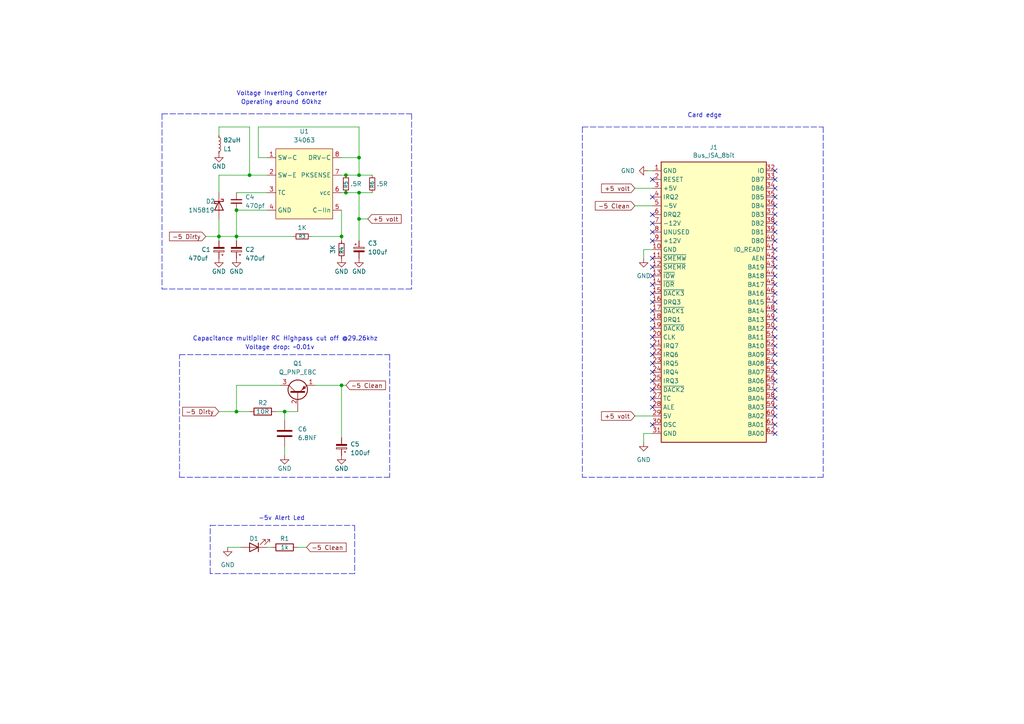
<source format=kicad_sch>
(kicad_sch (version 20211123) (generator eeschema)

  (uuid 06b0fdea-00e4-47e9-a7eb-73bafdaea5c7)

  (paper "A4")

  (title_block
    (title "Inverting Voltage Blaster")
    (date "2022-10-30")
    (rev "1.1")
    (company "PhilsComputerLab & Necroware")
    (comment 1 "Origionally designed by Scorp")
    (comment 2 "Re-worked by Calamity Lime")
  )

  (lib_symbols
    (symbol "Device:C" (pin_numbers hide) (pin_names (offset 0.254)) (in_bom yes) (on_board yes)
      (property "Reference" "C" (id 0) (at 0.635 2.54 0)
        (effects (font (size 1.27 1.27)) (justify left))
      )
      (property "Value" "C" (id 1) (at 0.635 -2.54 0)
        (effects (font (size 1.27 1.27)) (justify left))
      )
      (property "Footprint" "" (id 2) (at 0.9652 -3.81 0)
        (effects (font (size 1.27 1.27)) hide)
      )
      (property "Datasheet" "~" (id 3) (at 0 0 0)
        (effects (font (size 1.27 1.27)) hide)
      )
      (property "ki_keywords" "cap capacitor" (id 4) (at 0 0 0)
        (effects (font (size 1.27 1.27)) hide)
      )
      (property "ki_description" "Unpolarized capacitor" (id 5) (at 0 0 0)
        (effects (font (size 1.27 1.27)) hide)
      )
      (property "ki_fp_filters" "C_*" (id 6) (at 0 0 0)
        (effects (font (size 1.27 1.27)) hide)
      )
      (symbol "C_0_1"
        (polyline
          (pts
            (xy -2.032 -0.762)
            (xy 2.032 -0.762)
          )
          (stroke (width 0.508) (type default) (color 0 0 0 0))
          (fill (type none))
        )
        (polyline
          (pts
            (xy -2.032 0.762)
            (xy 2.032 0.762)
          )
          (stroke (width 0.508) (type default) (color 0 0 0 0))
          (fill (type none))
        )
      )
      (symbol "C_1_1"
        (pin passive line (at 0 3.81 270) (length 2.794)
          (name "~" (effects (font (size 1.27 1.27))))
          (number "1" (effects (font (size 1.27 1.27))))
        )
        (pin passive line (at 0 -3.81 90) (length 2.794)
          (name "~" (effects (font (size 1.27 1.27))))
          (number "2" (effects (font (size 1.27 1.27))))
        )
      )
    )
    (symbol "Device:C_Polarized_Small" (pin_numbers hide) (pin_names (offset 0.254) hide) (in_bom yes) (on_board yes)
      (property "Reference" "C" (id 0) (at 0.254 1.778 0)
        (effects (font (size 1.27 1.27)) (justify left))
      )
      (property "Value" "C_Polarized_Small" (id 1) (at 0.254 -2.032 0)
        (effects (font (size 1.27 1.27)) (justify left))
      )
      (property "Footprint" "" (id 2) (at 0 0 0)
        (effects (font (size 1.27 1.27)) hide)
      )
      (property "Datasheet" "~" (id 3) (at 0 0 0)
        (effects (font (size 1.27 1.27)) hide)
      )
      (property "ki_keywords" "cap capacitor" (id 4) (at 0 0 0)
        (effects (font (size 1.27 1.27)) hide)
      )
      (property "ki_description" "Polarized capacitor, small symbol" (id 5) (at 0 0 0)
        (effects (font (size 1.27 1.27)) hide)
      )
      (property "ki_fp_filters" "CP_*" (id 6) (at 0 0 0)
        (effects (font (size 1.27 1.27)) hide)
      )
      (symbol "C_Polarized_Small_0_1"
        (rectangle (start -1.524 -0.3048) (end 1.524 -0.6858)
          (stroke (width 0) (type default) (color 0 0 0 0))
          (fill (type outline))
        )
        (rectangle (start -1.524 0.6858) (end 1.524 0.3048)
          (stroke (width 0) (type default) (color 0 0 0 0))
          (fill (type none))
        )
        (polyline
          (pts
            (xy -1.27 1.524)
            (xy -0.762 1.524)
          )
          (stroke (width 0) (type default) (color 0 0 0 0))
          (fill (type none))
        )
        (polyline
          (pts
            (xy -1.016 1.27)
            (xy -1.016 1.778)
          )
          (stroke (width 0) (type default) (color 0 0 0 0))
          (fill (type none))
        )
      )
      (symbol "C_Polarized_Small_1_1"
        (pin passive line (at 0 2.54 270) (length 1.8542)
          (name "~" (effects (font (size 1.27 1.27))))
          (number "1" (effects (font (size 1.27 1.27))))
        )
        (pin passive line (at 0 -2.54 90) (length 1.8542)
          (name "~" (effects (font (size 1.27 1.27))))
          (number "2" (effects (font (size 1.27 1.27))))
        )
      )
    )
    (symbol "Device:C_Small" (pin_numbers hide) (pin_names (offset 0.254) hide) (in_bom yes) (on_board yes)
      (property "Reference" "C" (id 0) (at 0.254 1.778 0)
        (effects (font (size 1.27 1.27)) (justify left))
      )
      (property "Value" "C_Small" (id 1) (at 0.254 -2.032 0)
        (effects (font (size 1.27 1.27)) (justify left))
      )
      (property "Footprint" "" (id 2) (at 0 0 0)
        (effects (font (size 1.27 1.27)) hide)
      )
      (property "Datasheet" "~" (id 3) (at 0 0 0)
        (effects (font (size 1.27 1.27)) hide)
      )
      (property "ki_keywords" "capacitor cap" (id 4) (at 0 0 0)
        (effects (font (size 1.27 1.27)) hide)
      )
      (property "ki_description" "Unpolarized capacitor, small symbol" (id 5) (at 0 0 0)
        (effects (font (size 1.27 1.27)) hide)
      )
      (property "ki_fp_filters" "C_*" (id 6) (at 0 0 0)
        (effects (font (size 1.27 1.27)) hide)
      )
      (symbol "C_Small_0_1"
        (polyline
          (pts
            (xy -1.524 -0.508)
            (xy 1.524 -0.508)
          )
          (stroke (width 0.3302) (type default) (color 0 0 0 0))
          (fill (type none))
        )
        (polyline
          (pts
            (xy -1.524 0.508)
            (xy 1.524 0.508)
          )
          (stroke (width 0.3048) (type default) (color 0 0 0 0))
          (fill (type none))
        )
      )
      (symbol "C_Small_1_1"
        (pin passive line (at 0 2.54 270) (length 2.032)
          (name "~" (effects (font (size 1.27 1.27))))
          (number "1" (effects (font (size 1.27 1.27))))
        )
        (pin passive line (at 0 -2.54 90) (length 2.032)
          (name "~" (effects (font (size 1.27 1.27))))
          (number "2" (effects (font (size 1.27 1.27))))
        )
      )
    )
    (symbol "Device:LED" (pin_numbers hide) (pin_names (offset 1.016) hide) (in_bom yes) (on_board yes)
      (property "Reference" "D" (id 0) (at 0 2.54 0)
        (effects (font (size 1.27 1.27)))
      )
      (property "Value" "LED" (id 1) (at 0 -2.54 0)
        (effects (font (size 1.27 1.27)))
      )
      (property "Footprint" "" (id 2) (at 0 0 0)
        (effects (font (size 1.27 1.27)) hide)
      )
      (property "Datasheet" "~" (id 3) (at 0 0 0)
        (effects (font (size 1.27 1.27)) hide)
      )
      (property "ki_keywords" "LED diode" (id 4) (at 0 0 0)
        (effects (font (size 1.27 1.27)) hide)
      )
      (property "ki_description" "Light emitting diode" (id 5) (at 0 0 0)
        (effects (font (size 1.27 1.27)) hide)
      )
      (property "ki_fp_filters" "LED* LED_SMD:* LED_THT:*" (id 6) (at 0 0 0)
        (effects (font (size 1.27 1.27)) hide)
      )
      (symbol "LED_0_1"
        (polyline
          (pts
            (xy -1.27 -1.27)
            (xy -1.27 1.27)
          )
          (stroke (width 0.254) (type default) (color 0 0 0 0))
          (fill (type none))
        )
        (polyline
          (pts
            (xy -1.27 0)
            (xy 1.27 0)
          )
          (stroke (width 0) (type default) (color 0 0 0 0))
          (fill (type none))
        )
        (polyline
          (pts
            (xy 1.27 -1.27)
            (xy 1.27 1.27)
            (xy -1.27 0)
            (xy 1.27 -1.27)
          )
          (stroke (width 0.254) (type default) (color 0 0 0 0))
          (fill (type none))
        )
        (polyline
          (pts
            (xy -3.048 -0.762)
            (xy -4.572 -2.286)
            (xy -3.81 -2.286)
            (xy -4.572 -2.286)
            (xy -4.572 -1.524)
          )
          (stroke (width 0) (type default) (color 0 0 0 0))
          (fill (type none))
        )
        (polyline
          (pts
            (xy -1.778 -0.762)
            (xy -3.302 -2.286)
            (xy -2.54 -2.286)
            (xy -3.302 -2.286)
            (xy -3.302 -1.524)
          )
          (stroke (width 0) (type default) (color 0 0 0 0))
          (fill (type none))
        )
      )
      (symbol "LED_1_1"
        (pin passive line (at -3.81 0 0) (length 2.54)
          (name "K" (effects (font (size 1.27 1.27))))
          (number "1" (effects (font (size 1.27 1.27))))
        )
        (pin passive line (at 3.81 0 180) (length 2.54)
          (name "A" (effects (font (size 1.27 1.27))))
          (number "2" (effects (font (size 1.27 1.27))))
        )
      )
    )
    (symbol "Device:L_Small" (pin_numbers hide) (pin_names (offset 0.254) hide) (in_bom yes) (on_board yes)
      (property "Reference" "L" (id 0) (at 0.762 1.016 0)
        (effects (font (size 1.27 1.27)) (justify left))
      )
      (property "Value" "L_Small" (id 1) (at 0.762 -1.016 0)
        (effects (font (size 1.27 1.27)) (justify left))
      )
      (property "Footprint" "" (id 2) (at 0 0 0)
        (effects (font (size 1.27 1.27)) hide)
      )
      (property "Datasheet" "~" (id 3) (at 0 0 0)
        (effects (font (size 1.27 1.27)) hide)
      )
      (property "ki_keywords" "inductor choke coil reactor magnetic" (id 4) (at 0 0 0)
        (effects (font (size 1.27 1.27)) hide)
      )
      (property "ki_description" "Inductor, small symbol" (id 5) (at 0 0 0)
        (effects (font (size 1.27 1.27)) hide)
      )
      (property "ki_fp_filters" "Choke_* *Coil* Inductor_* L_*" (id 6) (at 0 0 0)
        (effects (font (size 1.27 1.27)) hide)
      )
      (symbol "L_Small_0_1"
        (arc (start 0 -2.032) (mid 0.508 -1.524) (end 0 -1.016)
          (stroke (width 0) (type default) (color 0 0 0 0))
          (fill (type none))
        )
        (arc (start 0 -1.016) (mid 0.508 -0.508) (end 0 0)
          (stroke (width 0) (type default) (color 0 0 0 0))
          (fill (type none))
        )
        (arc (start 0 0) (mid 0.508 0.508) (end 0 1.016)
          (stroke (width 0) (type default) (color 0 0 0 0))
          (fill (type none))
        )
        (arc (start 0 1.016) (mid 0.508 1.524) (end 0 2.032)
          (stroke (width 0) (type default) (color 0 0 0 0))
          (fill (type none))
        )
      )
      (symbol "L_Small_1_1"
        (pin passive line (at 0 2.54 270) (length 0.508)
          (name "~" (effects (font (size 1.27 1.27))))
          (number "1" (effects (font (size 1.27 1.27))))
        )
        (pin passive line (at 0 -2.54 90) (length 0.508)
          (name "~" (effects (font (size 1.27 1.27))))
          (number "2" (effects (font (size 1.27 1.27))))
        )
      )
    )
    (symbol "Device:Q_PNP_EBC" (pin_names (offset 0) hide) (in_bom yes) (on_board yes)
      (property "Reference" "Q" (id 0) (at 5.08 1.27 0)
        (effects (font (size 1.27 1.27)) (justify left))
      )
      (property "Value" "Q_PNP_EBC" (id 1) (at 5.08 -1.27 0)
        (effects (font (size 1.27 1.27)) (justify left))
      )
      (property "Footprint" "" (id 2) (at 5.08 2.54 0)
        (effects (font (size 1.27 1.27)) hide)
      )
      (property "Datasheet" "~" (id 3) (at 0 0 0)
        (effects (font (size 1.27 1.27)) hide)
      )
      (property "ki_keywords" "transistor PNP" (id 4) (at 0 0 0)
        (effects (font (size 1.27 1.27)) hide)
      )
      (property "ki_description" "PNP transistor, emitter/base/collector" (id 5) (at 0 0 0)
        (effects (font (size 1.27 1.27)) hide)
      )
      (symbol "Q_PNP_EBC_0_1"
        (polyline
          (pts
            (xy 0.635 0.635)
            (xy 2.54 2.54)
          )
          (stroke (width 0) (type default) (color 0 0 0 0))
          (fill (type none))
        )
        (polyline
          (pts
            (xy 0.635 -0.635)
            (xy 2.54 -2.54)
            (xy 2.54 -2.54)
          )
          (stroke (width 0) (type default) (color 0 0 0 0))
          (fill (type none))
        )
        (polyline
          (pts
            (xy 0.635 1.905)
            (xy 0.635 -1.905)
            (xy 0.635 -1.905)
          )
          (stroke (width 0.508) (type default) (color 0 0 0 0))
          (fill (type none))
        )
        (polyline
          (pts
            (xy 2.286 -1.778)
            (xy 1.778 -2.286)
            (xy 1.27 -1.27)
            (xy 2.286 -1.778)
            (xy 2.286 -1.778)
          )
          (stroke (width 0) (type default) (color 0 0 0 0))
          (fill (type outline))
        )
        (circle (center 1.27 0) (radius 2.8194)
          (stroke (width 0.254) (type default) (color 0 0 0 0))
          (fill (type none))
        )
      )
      (symbol "Q_PNP_EBC_1_1"
        (pin passive line (at 2.54 -5.08 90) (length 2.54)
          (name "E" (effects (font (size 1.27 1.27))))
          (number "1" (effects (font (size 1.27 1.27))))
        )
        (pin input line (at -5.08 0 0) (length 5.715)
          (name "B" (effects (font (size 1.27 1.27))))
          (number "2" (effects (font (size 1.27 1.27))))
        )
        (pin passive line (at 2.54 5.08 270) (length 2.54)
          (name "C" (effects (font (size 1.27 1.27))))
          (number "3" (effects (font (size 1.27 1.27))))
        )
      )
    )
    (symbol "Device:R" (pin_numbers hide) (pin_names (offset 0)) (in_bom yes) (on_board yes)
      (property "Reference" "R" (id 0) (at 2.032 0 90)
        (effects (font (size 1.27 1.27)))
      )
      (property "Value" "R" (id 1) (at 0 0 90)
        (effects (font (size 1.27 1.27)))
      )
      (property "Footprint" "" (id 2) (at -1.778 0 90)
        (effects (font (size 1.27 1.27)) hide)
      )
      (property "Datasheet" "~" (id 3) (at 0 0 0)
        (effects (font (size 1.27 1.27)) hide)
      )
      (property "ki_keywords" "R res resistor" (id 4) (at 0 0 0)
        (effects (font (size 1.27 1.27)) hide)
      )
      (property "ki_description" "Resistor" (id 5) (at 0 0 0)
        (effects (font (size 1.27 1.27)) hide)
      )
      (property "ki_fp_filters" "R_*" (id 6) (at 0 0 0)
        (effects (font (size 1.27 1.27)) hide)
      )
      (symbol "R_0_1"
        (rectangle (start -1.016 -2.54) (end 1.016 2.54)
          (stroke (width 0.254) (type default) (color 0 0 0 0))
          (fill (type none))
        )
      )
      (symbol "R_1_1"
        (pin passive line (at 0 3.81 270) (length 1.27)
          (name "~" (effects (font (size 1.27 1.27))))
          (number "1" (effects (font (size 1.27 1.27))))
        )
        (pin passive line (at 0 -3.81 90) (length 1.27)
          (name "~" (effects (font (size 1.27 1.27))))
          (number "2" (effects (font (size 1.27 1.27))))
        )
      )
    )
    (symbol "Device:R_Small" (pin_numbers hide) (pin_names (offset 0.254) hide) (in_bom yes) (on_board yes)
      (property "Reference" "R" (id 0) (at 0.762 0.508 0)
        (effects (font (size 1.27 1.27)) (justify left))
      )
      (property "Value" "R_Small" (id 1) (at 0.762 -1.016 0)
        (effects (font (size 1.27 1.27)) (justify left))
      )
      (property "Footprint" "" (id 2) (at 0 0 0)
        (effects (font (size 1.27 1.27)) hide)
      )
      (property "Datasheet" "~" (id 3) (at 0 0 0)
        (effects (font (size 1.27 1.27)) hide)
      )
      (property "ki_keywords" "R resistor" (id 4) (at 0 0 0)
        (effects (font (size 1.27 1.27)) hide)
      )
      (property "ki_description" "Resistor, small symbol" (id 5) (at 0 0 0)
        (effects (font (size 1.27 1.27)) hide)
      )
      (property "ki_fp_filters" "R_*" (id 6) (at 0 0 0)
        (effects (font (size 1.27 1.27)) hide)
      )
      (symbol "R_Small_0_1"
        (rectangle (start -0.762 1.778) (end 0.762 -1.778)
          (stroke (width 0.2032) (type default) (color 0 0 0 0))
          (fill (type none))
        )
      )
      (symbol "R_Small_1_1"
        (pin passive line (at 0 2.54 270) (length 0.762)
          (name "~" (effects (font (size 1.27 1.27))))
          (number "1" (effects (font (size 1.27 1.27))))
        )
        (pin passive line (at 0 -2.54 90) (length 0.762)
          (name "~" (effects (font (size 1.27 1.27))))
          (number "2" (effects (font (size 1.27 1.27))))
        )
      )
    )
    (symbol "Diode:1N5819" (pin_numbers hide) (pin_names (offset 1.016) hide) (in_bom yes) (on_board yes)
      (property "Reference" "D" (id 0) (at 0 2.54 0)
        (effects (font (size 1.27 1.27)))
      )
      (property "Value" "1N5819" (id 1) (at 0 -2.54 0)
        (effects (font (size 1.27 1.27)))
      )
      (property "Footprint" "Diode_THT:D_DO-41_SOD81_P10.16mm_Horizontal" (id 2) (at 0 -4.445 0)
        (effects (font (size 1.27 1.27)) hide)
      )
      (property "Datasheet" "http://www.vishay.com/docs/88525/1n5817.pdf" (id 3) (at 0 0 0)
        (effects (font (size 1.27 1.27)) hide)
      )
      (property "ki_keywords" "diode Schottky" (id 4) (at 0 0 0)
        (effects (font (size 1.27 1.27)) hide)
      )
      (property "ki_description" "40V 1A Schottky Barrier Rectifier Diode, DO-41" (id 5) (at 0 0 0)
        (effects (font (size 1.27 1.27)) hide)
      )
      (property "ki_fp_filters" "D*DO?41*" (id 6) (at 0 0 0)
        (effects (font (size 1.27 1.27)) hide)
      )
      (symbol "1N5819_0_1"
        (polyline
          (pts
            (xy 1.27 0)
            (xy -1.27 0)
          )
          (stroke (width 0) (type default) (color 0 0 0 0))
          (fill (type none))
        )
        (polyline
          (pts
            (xy 1.27 1.27)
            (xy 1.27 -1.27)
            (xy -1.27 0)
            (xy 1.27 1.27)
          )
          (stroke (width 0.254) (type default) (color 0 0 0 0))
          (fill (type none))
        )
        (polyline
          (pts
            (xy -1.905 0.635)
            (xy -1.905 1.27)
            (xy -1.27 1.27)
            (xy -1.27 -1.27)
            (xy -0.635 -1.27)
            (xy -0.635 -0.635)
          )
          (stroke (width 0.254) (type default) (color 0 0 0 0))
          (fill (type none))
        )
      )
      (symbol "1N5819_1_1"
        (pin passive line (at -3.81 0 0) (length 2.54)
          (name "K" (effects (font (size 1.27 1.27))))
          (number "1" (effects (font (size 1.27 1.27))))
        )
        (pin passive line (at 3.81 0 180) (length 2.54)
          (name "A" (effects (font (size 1.27 1.27))))
          (number "2" (effects (font (size 1.27 1.27))))
        )
      )
    )
    (symbol "Inverting-Voltage-Blaster:AZ34063" (in_bom yes) (on_board yes)
      (property "Reference" "U" (id 0) (at -13.97 0 90)
        (effects (font (size 1.27 1.27)))
      )
      (property "Value" "AZ34063" (id 1) (at -11.43 0 90)
        (effects (font (size 1.27 1.27)))
      )
      (property "Footprint" "" (id 2) (at 0 0 0)
        (effects (font (size 1.27 1.27)) hide)
      )
      (property "Datasheet" "" (id 3) (at 0 0 0)
        (effects (font (size 1.27 1.27)) hide)
      )
      (symbol "AZ34063_0_1"
        (rectangle (start -10.16 7.62) (end 10.16 -8.89)
          (stroke (width 0) (type default) (color 0 0 0 0))
          (fill (type background))
        )
      )
      (symbol "AZ34063_1_1"
        (pin input line (at -7.62 -11.43 90) (length 2.54)
          (name "SW-C" (effects (font (size 1.27 1.27))))
          (number "1" (effects (font (size 1.27 1.27))))
        )
        (pin input line (at -2.54 -11.43 90) (length 2.54)
          (name "SW-E" (effects (font (size 1.27 1.27))))
          (number "2" (effects (font (size 1.27 1.27))))
        )
        (pin input line (at 2.54 -11.43 90) (length 2.54)
          (name "TC" (effects (font (size 1.27 1.27))))
          (number "3" (effects (font (size 1.27 1.27))))
        )
        (pin input line (at 7.62 -11.43 90) (length 2.54)
          (name "GND" (effects (font (size 1.27 1.27))))
          (number "4" (effects (font (size 1.27 1.27))))
        )
        (pin input line (at 7.62 10.16 270) (length 2.54)
          (name "C-IIn" (effects (font (size 1.27 1.27))))
          (number "5" (effects (font (size 1.27 1.27))))
        )
        (pin input line (at 2.54 10.16 270) (length 2.54)
          (name "vcc" (effects (font (size 1.27 1.27))))
          (number "6" (effects (font (size 1.27 1.27))))
        )
        (pin input line (at -2.54 10.16 270) (length 2.54)
          (name "PKSENSE" (effects (font (size 1.27 1.27))))
          (number "7" (effects (font (size 1.27 1.27))))
        )
        (pin input line (at -7.62 10.16 270) (length 2.54)
          (name "DRV-C" (effects (font (size 1.27 1.27))))
          (number "8" (effects (font (size 1.27 1.27))))
        )
      )
    )
    (symbol "Inverting-Voltage-Blaster:Bus_ISA_8bit" (in_bom yes) (on_board yes)
      (property "Reference" "J" (id 0) (at 0 42.545 0)
        (effects (font (size 1.27 1.27)))
      )
      (property "Value" "Bus_ISA_8bit" (id 1) (at 0 -42.545 0)
        (effects (font (size 1.27 1.27)))
      )
      (property "Footprint" "" (id 2) (at 0 0 0)
        (effects (font (size 1.27 1.27)) hide)
      )
      (property "Datasheet" "https://en.wikipedia.org/wiki/Industry_Standard_Architecture" (id 3) (at 0 0 0)
        (effects (font (size 1.27 1.27)) hide)
      )
      (property "ki_keywords" "ISA" (id 4) (at 0 0 0)
        (effects (font (size 1.27 1.27)) hide)
      )
      (property "ki_description" "8-bit ISA-PC bus connector" (id 5) (at 0 0 0)
        (effects (font (size 1.27 1.27)) hide)
      )
      (symbol "Bus_ISA_8bit_0_1"
        (rectangle (start -15.24 -40.64) (end 15.24 40.64)
          (stroke (width 0.254) (type default) (color 0 0 0 0))
          (fill (type background))
        )
      )
      (symbol "Bus_ISA_8bit_1_1"
        (pin power_in line (at -17.78 38.1 0) (length 2.54)
          (name "GND" (effects (font (size 1.27 1.27))))
          (number "1" (effects (font (size 1.27 1.27))))
        )
        (pin power_in line (at -17.78 15.24 0) (length 2.54)
          (name "GND" (effects (font (size 1.27 1.27))))
          (number "10" (effects (font (size 1.27 1.27))))
        )
        (pin output line (at -17.78 12.7 0) (length 2.54)
          (name "~{SMEMW}" (effects (font (size 1.27 1.27))))
          (number "11" (effects (font (size 1.27 1.27))))
        )
        (pin output line (at -17.78 10.16 0) (length 2.54)
          (name "~{SMEMR}" (effects (font (size 1.27 1.27))))
          (number "12" (effects (font (size 1.27 1.27))))
        )
        (pin output line (at -17.78 7.62 0) (length 2.54)
          (name "~{IOW}" (effects (font (size 1.27 1.27))))
          (number "13" (effects (font (size 1.27 1.27))))
        )
        (pin output line (at -17.78 5.08 0) (length 2.54)
          (name "~{IOR}" (effects (font (size 1.27 1.27))))
          (number "14" (effects (font (size 1.27 1.27))))
        )
        (pin passive line (at -17.78 2.54 0) (length 2.54)
          (name "~{DACK3}" (effects (font (size 1.27 1.27))))
          (number "15" (effects (font (size 1.27 1.27))))
        )
        (pin passive line (at -17.78 0 0) (length 2.54)
          (name "DRQ3" (effects (font (size 1.27 1.27))))
          (number "16" (effects (font (size 1.27 1.27))))
        )
        (pin passive line (at -17.78 -2.54 0) (length 2.54)
          (name "~{DACK1}" (effects (font (size 1.27 1.27))))
          (number "17" (effects (font (size 1.27 1.27))))
        )
        (pin passive line (at -17.78 -5.08 0) (length 2.54)
          (name "DRQ1" (effects (font (size 1.27 1.27))))
          (number "18" (effects (font (size 1.27 1.27))))
        )
        (pin passive line (at -17.78 -7.62 0) (length 2.54)
          (name "~{DACK0}" (effects (font (size 1.27 1.27))))
          (number "19" (effects (font (size 1.27 1.27))))
        )
        (pin output line (at -17.78 35.56 0) (length 2.54)
          (name "RESET" (effects (font (size 1.27 1.27))))
          (number "2" (effects (font (size 1.27 1.27))))
        )
        (pin output line (at -17.78 -10.16 0) (length 2.54)
          (name "CLK" (effects (font (size 1.27 1.27))))
          (number "20" (effects (font (size 1.27 1.27))))
        )
        (pin passive line (at -17.78 -12.7 0) (length 2.54)
          (name "IRQ7" (effects (font (size 1.27 1.27))))
          (number "21" (effects (font (size 1.27 1.27))))
        )
        (pin passive line (at -17.78 -15.24 0) (length 2.54)
          (name "IRQ6" (effects (font (size 1.27 1.27))))
          (number "22" (effects (font (size 1.27 1.27))))
        )
        (pin passive line (at -17.78 -17.78 0) (length 2.54)
          (name "IRQ5" (effects (font (size 1.27 1.27))))
          (number "23" (effects (font (size 1.27 1.27))))
        )
        (pin passive line (at -17.78 -20.32 0) (length 2.54)
          (name "IRQ4" (effects (font (size 1.27 1.27))))
          (number "24" (effects (font (size 1.27 1.27))))
        )
        (pin passive line (at -17.78 -22.86 0) (length 2.54)
          (name "IRQ3" (effects (font (size 1.27 1.27))))
          (number "25" (effects (font (size 1.27 1.27))))
        )
        (pin passive line (at -17.78 -25.4 0) (length 2.54)
          (name "~{DACK2}" (effects (font (size 1.27 1.27))))
          (number "26" (effects (font (size 1.27 1.27))))
        )
        (pin passive line (at -17.78 -27.94 0) (length 2.54)
          (name "TC" (effects (font (size 1.27 1.27))))
          (number "27" (effects (font (size 1.27 1.27))))
        )
        (pin output line (at -17.78 -30.48 0) (length 2.54)
          (name "ALE" (effects (font (size 1.27 1.27))))
          (number "28" (effects (font (size 1.27 1.27))))
        )
        (pin power_in line (at -17.78 -33.02 0) (length 2.54)
          (name "5V" (effects (font (size 1.27 1.27))))
          (number "29" (effects (font (size 1.27 1.27))))
        )
        (pin power_in line (at -17.78 33.02 0) (length 2.54)
          (name "+5V" (effects (font (size 1.27 1.27))))
          (number "3" (effects (font (size 1.27 1.27))))
        )
        (pin output line (at -17.78 -35.56 0) (length 2.54)
          (name "OSC" (effects (font (size 1.27 1.27))))
          (number "30" (effects (font (size 1.27 1.27))))
        )
        (pin power_in line (at -17.78 -38.1 0) (length 2.54)
          (name "GND" (effects (font (size 1.27 1.27))))
          (number "31" (effects (font (size 1.27 1.27))))
        )
        (pin passive line (at 17.78 38.1 180) (length 2.54)
          (name "IO" (effects (font (size 1.27 1.27))))
          (number "32" (effects (font (size 1.27 1.27))))
        )
        (pin tri_state line (at 17.78 35.56 180) (length 2.54)
          (name "DB7" (effects (font (size 1.27 1.27))))
          (number "33" (effects (font (size 1.27 1.27))))
        )
        (pin tri_state line (at 17.78 33.02 180) (length 2.54)
          (name "DB6" (effects (font (size 1.27 1.27))))
          (number "34" (effects (font (size 1.27 1.27))))
        )
        (pin tri_state line (at 17.78 30.48 180) (length 2.54)
          (name "DB5" (effects (font (size 1.27 1.27))))
          (number "35" (effects (font (size 1.27 1.27))))
        )
        (pin tri_state line (at 17.78 27.94 180) (length 2.54)
          (name "DB4" (effects (font (size 1.27 1.27))))
          (number "36" (effects (font (size 1.27 1.27))))
        )
        (pin tri_state line (at 17.78 25.4 180) (length 2.54)
          (name "DB3" (effects (font (size 1.27 1.27))))
          (number "37" (effects (font (size 1.27 1.27))))
        )
        (pin tri_state line (at 17.78 22.86 180) (length 2.54)
          (name "DB2" (effects (font (size 1.27 1.27))))
          (number "38" (effects (font (size 1.27 1.27))))
        )
        (pin tri_state line (at 17.78 20.32 180) (length 2.54)
          (name "DB1" (effects (font (size 1.27 1.27))))
          (number "39" (effects (font (size 1.27 1.27))))
        )
        (pin passive line (at -17.78 30.48 0) (length 2.54)
          (name "IRQ2" (effects (font (size 1.27 1.27))))
          (number "4" (effects (font (size 1.27 1.27))))
        )
        (pin tri_state line (at 17.78 17.78 180) (length 2.54)
          (name "DB0" (effects (font (size 1.27 1.27))))
          (number "40" (effects (font (size 1.27 1.27))))
        )
        (pin passive line (at 17.78 15.24 180) (length 2.54)
          (name "IO_READY" (effects (font (size 1.27 1.27))))
          (number "41" (effects (font (size 1.27 1.27))))
        )
        (pin output line (at 17.78 12.7 180) (length 2.54)
          (name "AEN" (effects (font (size 1.27 1.27))))
          (number "42" (effects (font (size 1.27 1.27))))
        )
        (pin tri_state line (at 17.78 10.16 180) (length 2.54)
          (name "BA19" (effects (font (size 1.27 1.27))))
          (number "43" (effects (font (size 1.27 1.27))))
        )
        (pin tri_state line (at 17.78 7.62 180) (length 2.54)
          (name "BA18" (effects (font (size 1.27 1.27))))
          (number "44" (effects (font (size 1.27 1.27))))
        )
        (pin tri_state line (at 17.78 5.08 180) (length 2.54)
          (name "BA17" (effects (font (size 1.27 1.27))))
          (number "45" (effects (font (size 1.27 1.27))))
        )
        (pin tri_state line (at 17.78 2.54 180) (length 2.54)
          (name "BA16" (effects (font (size 1.27 1.27))))
          (number "46" (effects (font (size 1.27 1.27))))
        )
        (pin tri_state line (at 17.78 0 180) (length 2.54)
          (name "BA15" (effects (font (size 1.27 1.27))))
          (number "47" (effects (font (size 1.27 1.27))))
        )
        (pin tri_state line (at 17.78 -2.54 180) (length 2.54)
          (name "BA14" (effects (font (size 1.27 1.27))))
          (number "48" (effects (font (size 1.27 1.27))))
        )
        (pin tri_state line (at 17.78 -5.08 180) (length 2.54)
          (name "BA13" (effects (font (size 1.27 1.27))))
          (number "49" (effects (font (size 1.27 1.27))))
        )
        (pin power_in line (at -17.78 27.94 0) (length 2.54)
          (name "-5V" (effects (font (size 1.27 1.27))))
          (number "5" (effects (font (size 1.27 1.27))))
        )
        (pin tri_state line (at 17.78 -7.62 180) (length 2.54)
          (name "BA12" (effects (font (size 1.27 1.27))))
          (number "50" (effects (font (size 1.27 1.27))))
        )
        (pin tri_state line (at 17.78 -10.16 180) (length 2.54)
          (name "BA11" (effects (font (size 1.27 1.27))))
          (number "51" (effects (font (size 1.27 1.27))))
        )
        (pin tri_state line (at 17.78 -12.7 180) (length 2.54)
          (name "BA10" (effects (font (size 1.27 1.27))))
          (number "52" (effects (font (size 1.27 1.27))))
        )
        (pin tri_state line (at 17.78 -15.24 180) (length 2.54)
          (name "BA09" (effects (font (size 1.27 1.27))))
          (number "53" (effects (font (size 1.27 1.27))))
        )
        (pin tri_state line (at 17.78 -17.78 180) (length 2.54)
          (name "BA08" (effects (font (size 1.27 1.27))))
          (number "54" (effects (font (size 1.27 1.27))))
        )
        (pin tri_state line (at 17.78 -20.32 180) (length 2.54)
          (name "BA07" (effects (font (size 1.27 1.27))))
          (number "55" (effects (font (size 1.27 1.27))))
        )
        (pin tri_state line (at 17.78 -22.86 180) (length 2.54)
          (name "BA06" (effects (font (size 1.27 1.27))))
          (number "56" (effects (font (size 1.27 1.27))))
        )
        (pin tri_state line (at 17.78 -25.4 180) (length 2.54)
          (name "BA05" (effects (font (size 1.27 1.27))))
          (number "57" (effects (font (size 1.27 1.27))))
        )
        (pin tri_state line (at 17.78 -27.94 180) (length 2.54)
          (name "BA04" (effects (font (size 1.27 1.27))))
          (number "58" (effects (font (size 1.27 1.27))))
        )
        (pin tri_state line (at 17.78 -30.48 180) (length 2.54)
          (name "BA03" (effects (font (size 1.27 1.27))))
          (number "59" (effects (font (size 1.27 1.27))))
        )
        (pin passive line (at -17.78 25.4 0) (length 2.54)
          (name "DRQ2" (effects (font (size 1.27 1.27))))
          (number "6" (effects (font (size 1.27 1.27))))
        )
        (pin tri_state line (at 17.78 -33.02 180) (length 2.54)
          (name "BA02" (effects (font (size 1.27 1.27))))
          (number "60" (effects (font (size 1.27 1.27))))
        )
        (pin tri_state line (at 17.78 -35.56 180) (length 2.54)
          (name "BA01" (effects (font (size 1.27 1.27))))
          (number "61" (effects (font (size 1.27 1.27))))
        )
        (pin tri_state line (at 17.78 -38.1 180) (length 2.54)
          (name "BA00" (effects (font (size 1.27 1.27))))
          (number "62" (effects (font (size 1.27 1.27))))
        )
        (pin power_in line (at -17.78 22.86 0) (length 2.54)
          (name "-12V" (effects (font (size 1.27 1.27))))
          (number "7" (effects (font (size 1.27 1.27))))
        )
        (pin passive line (at -17.78 20.32 0) (length 2.54)
          (name "UNUSED" (effects (font (size 1.27 1.27))))
          (number "8" (effects (font (size 1.27 1.27))))
        )
        (pin power_in line (at -17.78 17.78 0) (length 2.54)
          (name "+12V" (effects (font (size 1.27 1.27))))
          (number "9" (effects (font (size 1.27 1.27))))
        )
      )
    )
    (symbol "power:GND" (power) (pin_names (offset 0)) (in_bom yes) (on_board yes)
      (property "Reference" "#PWR" (id 0) (at 0 -6.35 0)
        (effects (font (size 1.27 1.27)) hide)
      )
      (property "Value" "GND" (id 1) (at 0 -3.81 0)
        (effects (font (size 1.27 1.27)))
      )
      (property "Footprint" "" (id 2) (at 0 0 0)
        (effects (font (size 1.27 1.27)) hide)
      )
      (property "Datasheet" "" (id 3) (at 0 0 0)
        (effects (font (size 1.27 1.27)) hide)
      )
      (property "ki_keywords" "power-flag" (id 4) (at 0 0 0)
        (effects (font (size 1.27 1.27)) hide)
      )
      (property "ki_description" "Power symbol creates a global label with name \"GND\" , ground" (id 5) (at 0 0 0)
        (effects (font (size 1.27 1.27)) hide)
      )
      (symbol "GND_0_1"
        (polyline
          (pts
            (xy 0 0)
            (xy 0 -1.27)
            (xy 1.27 -1.27)
            (xy 0 -2.54)
            (xy -1.27 -1.27)
            (xy 0 -1.27)
          )
          (stroke (width 0) (type default) (color 0 0 0 0))
          (fill (type none))
        )
      )
      (symbol "GND_1_1"
        (pin power_in line (at 0 0 270) (length 0) hide
          (name "GND" (effects (font (size 1.27 1.27))))
          (number "1" (effects (font (size 1.27 1.27))))
        )
      )
    )
  )

  (junction (at 100.33 55.88) (diameter 0) (color 0 0 0 0)
    (uuid 05b8a191-851b-40e5-b714-bb0b2cc13408)
  )
  (junction (at 99.06 68.58) (diameter 0) (color 0 0 0 0)
    (uuid 1dd5c294-a330-4943-a7ae-818996fc4a54)
  )
  (junction (at 99.06 111.76) (diameter 0) (color 0 0 0 0)
    (uuid 3c9730be-9f86-407d-a077-2617f5308d2a)
  )
  (junction (at 72.39 50.8) (diameter 0) (color 0 0 0 0)
    (uuid 3ecaaa56-a207-4f68-9718-a0baa1ccfd75)
  )
  (junction (at 104.14 45.72) (diameter 0) (color 0 0 0 0)
    (uuid 4cf93c94-6050-4693-baaa-df981a0e7865)
  )
  (junction (at 68.58 68.58) (diameter 0) (color 0 0 0 0)
    (uuid 54b13c74-9cf1-4421-b672-337b0b5cd123)
  )
  (junction (at 63.5 68.58) (diameter 0) (color 0 0 0 0)
    (uuid 5f7ba90c-8700-499c-985d-3728fdf5b80d)
  )
  (junction (at 82.55 119.38) (diameter 0) (color 0 0 0 0)
    (uuid 64ad224a-5d04-4e64-89bf-e0ffc56cb147)
  )
  (junction (at 104.14 50.8) (diameter 0) (color 0 0 0 0)
    (uuid 68313ae0-1603-420a-8671-d1366e976022)
  )
  (junction (at 100.33 50.8) (diameter 0) (color 0 0 0 0)
    (uuid b182ce21-04a2-49a3-bf00-a32ac30d6d0e)
  )
  (junction (at 104.14 63.5) (diameter 0) (color 0 0 0 0)
    (uuid d02e88ec-0549-4c28-8a2e-e33df89993df)
  )
  (junction (at 104.14 55.88) (diameter 0) (color 0 0 0 0)
    (uuid d8361d76-9006-4a51-8b37-c568cd9becf3)
  )
  (junction (at 68.58 119.38) (diameter 0) (color 0 0 0 0)
    (uuid defd4de6-9d6a-4c28-938b-efe8d419d620)
  )
  (junction (at 68.58 60.96) (diameter 0) (color 0 0 0 0)
    (uuid f261d2ba-773d-48dd-82ee-ae07b14cd1aa)
  )

  (no_connect (at 224.79 105.41) (uuid 03f50fd1-d629-403d-ab38-4e3b588b6a7c))
  (no_connect (at 224.79 59.69) (uuid 06d034ff-0e44-4e84-9556-0ad3e1ecc1a1))
  (no_connect (at 224.79 67.31) (uuid 07c66693-fcce-4a54-b4ed-5ab7982b1a58))
  (no_connect (at 189.23 82.55) (uuid 0809703d-c4b5-41f1-a839-27ebafec42c9))
  (no_connect (at 224.79 123.19) (uuid 13d477e6-9090-4914-bfac-a5dfc311f3f5))
  (no_connect (at 224.79 77.47) (uuid 150653ed-4909-40d8-9971-b01e9cd02604))
  (no_connect (at 189.23 80.01) (uuid 16a13e7e-2967-425b-bce2-ef07e0862988))
  (no_connect (at 189.23 113.03) (uuid 1c301198-edeb-449e-829d-f7c610ca48ca))
  (no_connect (at 224.79 64.77) (uuid 21605860-88e5-47c9-bbff-c0b0843e53c9))
  (no_connect (at 189.23 52.07) (uuid 23b7b6ee-d63e-46a5-9fc9-67cf6a0c927e))
  (no_connect (at 224.79 107.95) (uuid 2883ca17-8864-4076-810b-a2ea81ec8206))
  (no_connect (at 189.23 95.25) (uuid 2a7fa732-5334-45aa-954e-cb986ad2ea0c))
  (no_connect (at 224.79 100.33) (uuid 30c4e42f-c08e-4046-b306-46dd8e05a860))
  (no_connect (at 224.79 102.87) (uuid 326f0b9c-ebab-41f1-aabe-2a63eb765f1f))
  (no_connect (at 224.79 57.15) (uuid 34fdef44-7466-49ef-85bc-08ed1ad507b5))
  (no_connect (at 224.79 69.85) (uuid 37e841ff-9416-4697-b0ae-b58c65bae7db))
  (no_connect (at 224.79 125.73) (uuid 38661c17-7451-4f78-823f-cf29ed97f0b1))
  (no_connect (at 189.23 85.09) (uuid 38dfa8c8-1c52-436e-a7c5-49f7db7bc2cc))
  (no_connect (at 189.23 90.17) (uuid 4fd35742-37a7-4920-8b58-3dfff6e54d1b))
  (no_connect (at 224.79 110.49) (uuid 5696162d-5ca8-4196-bb2a-ce980e8b2fa5))
  (no_connect (at 189.23 105.41) (uuid 597d027f-96f6-459b-b57e-4892b9a39ed0))
  (no_connect (at 189.23 69.85) (uuid 601f6af3-8211-467c-823f-ba44610970f8))
  (no_connect (at 189.23 102.87) (uuid 68a0b761-dd16-448f-ae3c-10623400afe4))
  (no_connect (at 224.79 85.09) (uuid 6985a3aa-9d5c-4317-9987-d768e1e0b354))
  (no_connect (at 224.79 62.23) (uuid 71eafe43-916d-469a-a274-5f4c2a0f4314))
  (no_connect (at 224.79 115.57) (uuid 785e6d91-5eae-4508-bb78-64673c4823a6))
  (no_connect (at 189.23 100.33) (uuid 7a2872cc-024e-4946-9ac9-14bf0a81e8fa))
  (no_connect (at 189.23 110.49) (uuid 7dbfdbef-4b4c-402f-be37-a63354114e39))
  (no_connect (at 224.79 74.93) (uuid 8042be64-56ce-4dfb-82fe-001e93f20017))
  (no_connect (at 189.23 87.63) (uuid 80fe1f33-9d31-42d8-9c48-697869c6336e))
  (no_connect (at 189.23 62.23) (uuid 840a454e-5994-4c77-971b-53f8b71c9d15))
  (no_connect (at 189.23 74.93) (uuid 85aa1721-0450-4da9-83ee-fa020f8ccc1a))
  (no_connect (at 189.23 67.31) (uuid 8fc16ff9-2df1-4488-8264-5ba28686b526))
  (no_connect (at 224.79 87.63) (uuid 9536841d-1c27-43d0-9ace-b9f68f685dc9))
  (no_connect (at 224.79 80.01) (uuid 96cc9611-726e-4392-aecc-0734cc3f5301))
  (no_connect (at 224.79 90.17) (uuid a6bc698d-f74b-4d87-87f1-07575b49b2cd))
  (no_connect (at 189.23 77.47) (uuid afe2412d-5599-4cd1-8dd5-ed4cff9dbcf9))
  (no_connect (at 224.79 49.53) (uuid b77dbbb0-ce3e-4f09-8dc6-d793d17d1bbb))
  (no_connect (at 189.23 92.71) (uuid bd0b894c-3534-4ece-9961-49b63137deb8))
  (no_connect (at 189.23 97.79) (uuid c9b54b40-f930-4ba6-a454-21a93526ee3e))
  (no_connect (at 224.79 82.55) (uuid d506aa40-16db-4057-8d41-ee79fd9a2750))
  (no_connect (at 224.79 54.61) (uuid d531ea9b-7c61-4b5f-b5b8-b4dbf82ccbe5))
  (no_connect (at 224.79 95.25) (uuid d62a8380-5109-44fa-abb9-da56c44ef37b))
  (no_connect (at 224.79 72.39) (uuid d66f3507-4476-46d4-b949-9ba42a3582e9))
  (no_connect (at 189.23 64.77) (uuid d6c0c82c-3a13-4669-a78d-92d538db469e))
  (no_connect (at 189.23 123.19) (uuid de06f45b-2527-4ead-88eb-02b1996c6174))
  (no_connect (at 189.23 107.95) (uuid e1243cc9-76a2-4f84-bd12-d012abda67aa))
  (no_connect (at 224.79 120.65) (uuid e26a5fe7-555a-42ac-afe6-fd39eac2a13b))
  (no_connect (at 189.23 118.11) (uuid ebbb7444-86b2-4516-9e6b-c8a84fd74c99))
  (no_connect (at 224.79 118.11) (uuid f068149d-c744-4c2d-9338-7ad97daa2eca))
  (no_connect (at 189.23 57.15) (uuid f1098ace-a6f9-4369-91ad-eb0cfcad5fc6))
  (no_connect (at 224.79 97.79) (uuid f3a5648e-148b-4905-8ad2-95500d26d5b3))
  (no_connect (at 224.79 92.71) (uuid f470c634-f79c-4595-bc2f-1550c3806f89))
  (no_connect (at 224.79 52.07) (uuid f506fd0e-ec47-4b44-b131-dcd2dd432a0a))
  (no_connect (at 189.23 115.57) (uuid f95a888a-8897-49c6-855e-0de66fa7d3a2))
  (no_connect (at 224.79 113.03) (uuid fedef4ec-8220-416d-8157-5ef526c35f19))

  (wire (pts (xy 74.93 45.72) (xy 74.93 36.83))
    (stroke (width 0) (type default) (color 0 0 0 0))
    (uuid 0098f299-91f6-462e-a295-ed7814576722)
  )
  (polyline (pts (xy 168.91 36.83) (xy 238.76 36.83))
    (stroke (width 0) (type default) (color 0 0 0 0))
    (uuid 0423a14f-6e06-4d3d-a23f-43451d683e6f)
  )

  (wire (pts (xy 63.5 63.5) (xy 63.5 68.58))
    (stroke (width 0) (type default) (color 0 0 0 0))
    (uuid 08575c6b-5392-4bcd-af64-fed2b12cb0ee)
  )
  (polyline (pts (xy 119.38 83.82) (xy 46.99 83.82))
    (stroke (width 0) (type default) (color 0 0 0 0))
    (uuid 0f3450c2-cbad-48c4-81dd-1cd1dfdbce65)
  )

  (wire (pts (xy 63.5 50.8) (xy 63.5 55.88))
    (stroke (width 0) (type default) (color 0 0 0 0))
    (uuid 0f36fa14-7717-438d-8fb8-83c85cd98fa8)
  )
  (wire (pts (xy 63.5 50.8) (xy 72.39 50.8))
    (stroke (width 0) (type default) (color 0 0 0 0))
    (uuid 10044c62-e137-4ee6-85cb-eebe54ead5f7)
  )
  (polyline (pts (xy 113.03 102.87) (xy 113.03 138.43))
    (stroke (width 0) (type default) (color 0 0 0 0))
    (uuid 10dd77c9-8ea9-461f-b8f6-c12d42977ff1)
  )

  (wire (pts (xy 104.14 55.88) (xy 104.14 63.5))
    (stroke (width 0) (type default) (color 0 0 0 0))
    (uuid 11f6e9af-ed9e-40fa-af28-368408578d39)
  )
  (wire (pts (xy 184.15 54.61) (xy 189.23 54.61))
    (stroke (width 0) (type default) (color 0 0 0 0))
    (uuid 13e148dd-c380-4660-ba2c-54725704be87)
  )
  (wire (pts (xy 81.28 111.76) (xy 68.58 111.76))
    (stroke (width 0) (type default) (color 0 0 0 0))
    (uuid 17f53aa7-2342-4b15-9891-f76f68ca36e8)
  )
  (wire (pts (xy 66.04 158.75) (xy 69.85 158.75))
    (stroke (width 0) (type default) (color 0 0 0 0))
    (uuid 20aeae3b-9e9a-4b1b-9c30-3aab2fd324b3)
  )
  (polyline (pts (xy 113.03 138.43) (xy 52.07 138.43))
    (stroke (width 0) (type default) (color 0 0 0 0))
    (uuid 21fa8e2f-962e-4c2d-a765-9514df318054)
  )

  (wire (pts (xy 186.69 125.73) (xy 186.69 128.27))
    (stroke (width 0) (type default) (color 0 0 0 0))
    (uuid 294bfe00-19c8-462a-aa8b-8e97f8781728)
  )
  (wire (pts (xy 99.06 111.76) (xy 99.06 127))
    (stroke (width 0) (type default) (color 0 0 0 0))
    (uuid 34246f53-d602-4067-8124-7e4a631817ae)
  )
  (polyline (pts (xy 60.96 152.4) (xy 60.96 152.4))
    (stroke (width 0) (type default) (color 0 0 0 0))
    (uuid 3742675c-2787-4d6d-a019-a536b07e4944)
  )

  (wire (pts (xy 63.5 69.85) (xy 63.5 68.58))
    (stroke (width 0) (type default) (color 0 0 0 0))
    (uuid 3cacfde1-b5d3-4b88-9b4c-645c3869a33b)
  )
  (polyline (pts (xy 238.76 138.43) (xy 168.91 138.43))
    (stroke (width 0) (type default) (color 0 0 0 0))
    (uuid 40c1c747-1583-44bc-8901-f716a5d34cab)
  )
  (polyline (pts (xy 60.96 152.4) (xy 102.87 152.4))
    (stroke (width 0) (type default) (color 0 0 0 0))
    (uuid 417d3fe7-12d1-480e-81bd-c58381cfceda)
  )
  (polyline (pts (xy 168.91 36.83) (xy 168.91 138.43))
    (stroke (width 0) (type default) (color 0 0 0 0))
    (uuid 418824bb-4c74-45ed-91f4-87121a8762c4)
  )

  (wire (pts (xy 186.69 72.39) (xy 186.69 74.93))
    (stroke (width 0) (type default) (color 0 0 0 0))
    (uuid 4227173a-7677-43f2-b09f-78ff74a2b9f5)
  )
  (wire (pts (xy 189.23 72.39) (xy 186.69 72.39))
    (stroke (width 0) (type default) (color 0 0 0 0))
    (uuid 4437a6b0-d0c0-4b1a-bf84-864b70c99ef5)
  )
  (wire (pts (xy 99.06 55.88) (xy 100.33 55.88))
    (stroke (width 0) (type default) (color 0 0 0 0))
    (uuid 4580bbc8-7d46-4a22-94f8-1d1e2ff63159)
  )
  (wire (pts (xy 104.14 63.5) (xy 106.68 63.5))
    (stroke (width 0) (type default) (color 0 0 0 0))
    (uuid 45b8a6eb-9257-49c2-9dd8-23c856fa59ff)
  )
  (wire (pts (xy 99.06 60.96) (xy 99.06 68.58))
    (stroke (width 0) (type default) (color 0 0 0 0))
    (uuid 4823f521-bec1-45b0-b35c-1fadc0c0f57c)
  )
  (wire (pts (xy 187.96 49.53) (xy 189.23 49.53))
    (stroke (width 0) (type default) (color 0 0 0 0))
    (uuid 494b1daf-0260-4633-a9ef-b9dfda3b4396)
  )
  (wire (pts (xy 68.58 68.58) (xy 63.5 68.58))
    (stroke (width 0) (type default) (color 0 0 0 0))
    (uuid 5133cf0a-0651-433e-802b-6f4746c30f9f)
  )
  (wire (pts (xy 72.39 36.83) (xy 72.39 50.8))
    (stroke (width 0) (type default) (color 0 0 0 0))
    (uuid 588697c6-ae34-4719-9f22-1496d1b8548d)
  )
  (polyline (pts (xy 102.87 166.37) (xy 60.96 166.37))
    (stroke (width 0) (type default) (color 0 0 0 0))
    (uuid 598d57fc-d8ed-4d35-9550-e2436d78c2a8)
  )

  (wire (pts (xy 99.06 50.8) (xy 100.33 50.8))
    (stroke (width 0) (type default) (color 0 0 0 0))
    (uuid 5ed11fbb-4f91-4fc5-8620-d779810e94d9)
  )
  (wire (pts (xy 82.55 119.38) (xy 82.55 121.92))
    (stroke (width 0) (type default) (color 0 0 0 0))
    (uuid 6828abf3-6d4c-4551-b7b3-a328dc54c8b3)
  )
  (wire (pts (xy 72.39 50.8) (xy 77.47 50.8))
    (stroke (width 0) (type default) (color 0 0 0 0))
    (uuid 6f34eb0e-bf49-4484-a67a-8c6a83e1b41c)
  )
  (wire (pts (xy 80.01 119.38) (xy 82.55 119.38))
    (stroke (width 0) (type default) (color 0 0 0 0))
    (uuid 6ff5533a-1fa0-4f40-b319-193d30563d22)
  )
  (polyline (pts (xy 238.76 36.83) (xy 238.76 138.43))
    (stroke (width 0) (type default) (color 0 0 0 0))
    (uuid 743ca1af-653f-443c-9ca1-62ab45ca7b2f)
  )

  (wire (pts (xy 90.17 68.58) (xy 99.06 68.58))
    (stroke (width 0) (type default) (color 0 0 0 0))
    (uuid 7a9bf64f-c7e1-4dce-83f8-19f9459d74ce)
  )
  (wire (pts (xy 68.58 68.58) (xy 85.09 68.58))
    (stroke (width 0) (type default) (color 0 0 0 0))
    (uuid 7b937f5a-e2e1-4d97-93dc-853060f6aea0)
  )
  (polyline (pts (xy 102.87 152.4) (xy 102.87 166.37))
    (stroke (width 0) (type default) (color 0 0 0 0))
    (uuid 7e39d009-7226-48f1-8b30-dcaa6f0bfe2e)
  )
  (polyline (pts (xy 46.99 33.02) (xy 46.99 83.82))
    (stroke (width 0) (type default) (color 0 0 0 0))
    (uuid 896f02ad-b0cf-4884-8091-3b7465dfdc45)
  )
  (polyline (pts (xy 46.99 33.02) (xy 119.38 33.02))
    (stroke (width 0) (type default) (color 0 0 0 0))
    (uuid 8ec9b0b0-0751-44b6-83b7-12f144285302)
  )
  (polyline (pts (xy 52.07 138.43) (xy 52.07 102.87))
    (stroke (width 0) (type default) (color 0 0 0 0))
    (uuid 8ee4ebe8-862c-4818-9ba3-5e3e79580862)
  )

  (wire (pts (xy 68.58 111.76) (xy 68.58 119.38))
    (stroke (width 0) (type default) (color 0 0 0 0))
    (uuid 92dd3046-ac46-4a27-831a-4d8cdcee084a)
  )
  (polyline (pts (xy 52.07 102.87) (xy 113.03 102.87))
    (stroke (width 0) (type default) (color 0 0 0 0))
    (uuid 9d17e73c-10bb-4c4d-a7d9-a739df1b280f)
  )

  (wire (pts (xy 184.15 120.65) (xy 189.23 120.65))
    (stroke (width 0) (type default) (color 0 0 0 0))
    (uuid a3a8e571-f61a-4eed-a3cb-34de6670cf18)
  )
  (wire (pts (xy 68.58 60.96) (xy 68.58 68.58))
    (stroke (width 0) (type default) (color 0 0 0 0))
    (uuid a3dd20f0-807c-440e-886b-3b839c1b6284)
  )
  (wire (pts (xy 68.58 60.96) (xy 77.47 60.96))
    (stroke (width 0) (type default) (color 0 0 0 0))
    (uuid a872224c-8e0b-4664-9ff9-408c6fba2427)
  )
  (wire (pts (xy 82.55 119.38) (xy 86.36 119.38))
    (stroke (width 0) (type default) (color 0 0 0 0))
    (uuid a9f08580-6d53-4b94-af1c-dd1d62f406fb)
  )
  (wire (pts (xy 99.06 45.72) (xy 104.14 45.72))
    (stroke (width 0) (type default) (color 0 0 0 0))
    (uuid b1df08c8-654e-404e-9862-21d7d6a1c35d)
  )
  (wire (pts (xy 99.06 111.76) (xy 100.33 111.76))
    (stroke (width 0) (type default) (color 0 0 0 0))
    (uuid b2759d5e-e21b-46ee-98cc-7e1a002b03eb)
  )
  (wire (pts (xy 104.14 36.83) (xy 104.14 45.72))
    (stroke (width 0) (type default) (color 0 0 0 0))
    (uuid c3f20949-2c73-4c68-8282-9d9843407df0)
  )
  (wire (pts (xy 104.14 63.5) (xy 104.14 69.85))
    (stroke (width 0) (type default) (color 0 0 0 0))
    (uuid c5878f3f-a198-4ad5-81ef-7d34f3c3e7c3)
  )
  (wire (pts (xy 82.55 129.54) (xy 82.55 132.08))
    (stroke (width 0) (type default) (color 0 0 0 0))
    (uuid c81be8a9-d3f4-429a-aee2-785b183b88f8)
  )
  (wire (pts (xy 104.14 50.8) (xy 107.95 50.8))
    (stroke (width 0) (type default) (color 0 0 0 0))
    (uuid cb66ab26-e2d4-4737-a5b1-97b2f85079e7)
  )
  (wire (pts (xy 68.58 119.38) (xy 72.39 119.38))
    (stroke (width 0) (type default) (color 0 0 0 0))
    (uuid cc90176e-432c-4073-bf32-915cd71c2071)
  )
  (wire (pts (xy 68.58 55.88) (xy 77.47 55.88))
    (stroke (width 0) (type default) (color 0 0 0 0))
    (uuid ccc79d67-68c2-400a-bf5b-90b73706193b)
  )
  (wire (pts (xy 86.36 158.75) (xy 88.9 158.75))
    (stroke (width 0) (type default) (color 0 0 0 0))
    (uuid cea30af6-001b-4143-a5f0-daf14b0afd87)
  )
  (wire (pts (xy 59.69 68.58) (xy 63.5 68.58))
    (stroke (width 0) (type default) (color 0 0 0 0))
    (uuid d193060e-f8c4-4467-8a48-4bc62813cd1c)
  )
  (polyline (pts (xy 119.38 33.02) (xy 119.38 83.82))
    (stroke (width 0) (type default) (color 0 0 0 0))
    (uuid d3b4fccf-0c09-4805-8129-c1092c9f8a43)
  )

  (wire (pts (xy 186.69 125.73) (xy 189.23 125.73))
    (stroke (width 0) (type default) (color 0 0 0 0))
    (uuid d9786379-1761-43bc-9ee6-973dc350ad25)
  )
  (wire (pts (xy 100.33 55.88) (xy 104.14 55.88))
    (stroke (width 0) (type default) (color 0 0 0 0))
    (uuid db43e920-4a57-41e2-8876-1baaab6d4dfe)
  )
  (wire (pts (xy 91.44 111.76) (xy 99.06 111.76))
    (stroke (width 0) (type default) (color 0 0 0 0))
    (uuid dbb931c1-d9cf-48cb-a46a-ae134d3d404c)
  )
  (wire (pts (xy 104.14 55.88) (xy 107.95 55.88))
    (stroke (width 0) (type default) (color 0 0 0 0))
    (uuid de8606a4-9293-4db5-90f7-17c93637b474)
  )
  (wire (pts (xy 63.5 119.38) (xy 68.58 119.38))
    (stroke (width 0) (type default) (color 0 0 0 0))
    (uuid e0176450-1d78-44fd-b34b-c683661629be)
  )
  (wire (pts (xy 68.58 68.58) (xy 68.58 69.85))
    (stroke (width 0) (type default) (color 0 0 0 0))
    (uuid e10e1638-b4ab-4f42-9b06-9d7b469b2816)
  )
  (polyline (pts (xy 60.96 166.37) (xy 60.96 152.4))
    (stroke (width 0) (type default) (color 0 0 0 0))
    (uuid e410b877-047e-4404-8448-b32c7e671bb1)
  )

  (wire (pts (xy 100.33 50.8) (xy 104.14 50.8))
    (stroke (width 0) (type default) (color 0 0 0 0))
    (uuid e54d2645-b0ca-453e-a8d6-6757d8642ac0)
  )
  (wire (pts (xy 74.93 36.83) (xy 104.14 36.83))
    (stroke (width 0) (type default) (color 0 0 0 0))
    (uuid e5a653ab-2960-4806-9b0e-ccb8b047f432)
  )
  (wire (pts (xy 99.06 68.58) (xy 99.06 69.85))
    (stroke (width 0) (type default) (color 0 0 0 0))
    (uuid eabe7377-c66f-4a7d-a553-2e6068edbf7b)
  )
  (wire (pts (xy 184.15 59.69) (xy 189.23 59.69))
    (stroke (width 0) (type default) (color 0 0 0 0))
    (uuid ebb42dfb-1912-4c02-8791-1bb8c0c1bb7e)
  )
  (wire (pts (xy 77.47 45.72) (xy 74.93 45.72))
    (stroke (width 0) (type default) (color 0 0 0 0))
    (uuid ec11bd71-d57d-4286-9530-c02aa92662a0)
  )
  (wire (pts (xy 63.5 39.37) (xy 63.5 36.83))
    (stroke (width 0) (type default) (color 0 0 0 0))
    (uuid ec9965ea-7372-410c-9b8b-ad444dc8b1b4)
  )
  (wire (pts (xy 63.5 36.83) (xy 72.39 36.83))
    (stroke (width 0) (type default) (color 0 0 0 0))
    (uuid f5205428-55c7-4bde-ab59-a792d1da38ab)
  )
  (wire (pts (xy 104.14 45.72) (xy 104.14 50.8))
    (stroke (width 0) (type default) (color 0 0 0 0))
    (uuid f5b4a960-7837-4cc2-abe8-1dad57e1f823)
  )
  (wire (pts (xy 78.74 158.75) (xy 77.47 158.75))
    (stroke (width 0) (type default) (color 0 0 0 0))
    (uuid f730d69a-8014-4627-a75f-562d69361e9f)
  )

  (text "-5v Alert Led" (at 74.93 151.13 0)
    (effects (font (size 1.27 1.27)) (justify left bottom))
    (uuid 0ed3a409-9d77-4130-a2da-34a2d1ce660b)
  )
  (text "Voltage Inverting Converter" (at 68.58 27.94 0)
    (effects (font (size 1.27 1.27)) (justify left bottom))
    (uuid 188a18c2-a399-4af8-84a4-3316b5fec5e3)
  )
  (text "Voltage drop: ~0.01v" (at 71.12 101.6 0)
    (effects (font (size 1.27 1.27)) (justify left bottom))
    (uuid 93d2bde5-f783-4a1b-954c-bf5c3386befa)
  )
  (text "Operating around 60khz" (at 69.85 30.48 0)
    (effects (font (size 1.27 1.27)) (justify left bottom))
    (uuid c53b0ff6-6a0d-41ea-ab1e-2e571783788d)
  )
  (text "Card edge" (at 199.39 34.29 0)
    (effects (font (size 1.27 1.27)) (justify left bottom))
    (uuid d152717d-f7d3-4e60-9e47-38cad5880a49)
  )
  (text "Capacitance multipiler RC Highpass cut off @29.26khz"
    (at 55.88 99.06 0)
    (effects (font (size 1.27 1.27)) (justify left bottom))
    (uuid fd201b49-f6fe-4c6a-a5e2-6e599d87777c)
  )

  (global_label "-5 Clean" (shape input) (at 100.33 111.76 0) (fields_autoplaced)
    (effects (font (size 1.27 1.27)) (justify left))
    (uuid 0cbc712e-ba45-4b3b-8ea1-24cb11b3ef34)
    (property "Intersheet References" "${INTERSHEET_REFS}" (id 0) (at 111.7256 111.6806 0)
      (effects (font (size 1.27 1.27)) (justify left) hide)
    )
  )
  (global_label "-5 Clean" (shape input) (at 88.9 158.75 0) (fields_autoplaced)
    (effects (font (size 1.27 1.27)) (justify left))
    (uuid 247e6484-2dc3-4585-a18f-284ce065db9c)
    (property "Intersheet References" "${INTERSHEET_REFS}" (id 0) (at 100.2956 158.6706 0)
      (effects (font (size 1.27 1.27)) (justify left) hide)
    )
  )
  (global_label "+5 volt" (shape input) (at 106.68 63.5 0) (fields_autoplaced)
    (effects (font (size 1.27 1.27)) (justify left))
    (uuid 26e2cab4-4948-4893-a49c-cc9472fed33a)
    (property "Intersheet References" "${INTERSHEET_REFS}" (id 0) (at 116.2613 63.5794 0)
      (effects (font (size 1.27 1.27)) (justify left) hide)
    )
  )
  (global_label "-5 Dirty" (shape input) (at 63.5 119.38 180) (fields_autoplaced)
    (effects (font (size 1.27 1.27)) (justify right))
    (uuid 3b39d9ae-4255-44a8-9c3b-eb063ebf3764)
    (property "Intersheet References" "${INTERSHEET_REFS}" (id 0) (at 53.072 119.3006 0)
      (effects (font (size 1.27 1.27)) (justify right) hide)
    )
  )
  (global_label "-5 Dirty" (shape input) (at 59.69 68.58 180) (fields_autoplaced)
    (effects (font (size 1.27 1.27)) (justify right))
    (uuid 46fb3ae2-96d7-4a94-8366-028e7aec1023)
    (property "Intersheet References" "${INTERSHEET_REFS}" (id 0) (at 49.262 68.5006 0)
      (effects (font (size 1.27 1.27)) (justify right) hide)
    )
  )
  (global_label "+5 volt" (shape input) (at 184.15 54.61 180) (fields_autoplaced)
    (effects (font (size 1.27 1.27)) (justify right))
    (uuid 511b01d8-a127-4296-b59c-59a2affa90d5)
    (property "Intersheet References" "${INTERSHEET_REFS}" (id 0) (at 174.5687 54.5306 0)
      (effects (font (size 1.27 1.27)) (justify right) hide)
    )
  )
  (global_label "-5 Clean" (shape input) (at 184.15 59.69 180) (fields_autoplaced)
    (effects (font (size 1.27 1.27)) (justify right))
    (uuid 55a6d1e9-4ade-497b-9839-529d4bb0affc)
    (property "Intersheet References" "${INTERSHEET_REFS}" (id 0) (at 172.7544 59.7694 0)
      (effects (font (size 1.27 1.27)) (justify right) hide)
    )
  )
  (global_label "+5 volt" (shape input) (at 184.15 120.65 180) (fields_autoplaced)
    (effects (font (size 1.27 1.27)) (justify right))
    (uuid f9b9bac7-460b-42f9-a87c-a344b1e15f4a)
    (property "Intersheet References" "${INTERSHEET_REFS}" (id 0) (at 174.5687 120.5706 0)
      (effects (font (size 1.27 1.27)) (justify right) hide)
    )
  )

  (symbol (lib_id "Inverting-Voltage-Blaster:Bus_ISA_8bit") (at 207.01 87.63 0) (unit 1)
    (in_bom yes) (on_board yes)
    (uuid 00000000-0000-0000-0000-00005fb82605)
    (property "Reference" "J1" (id 0) (at 207.01 42.7482 0))
    (property "Value" "Bus_ISA_8bit" (id 1) (at 207.01 45.0596 0))
    (property "Footprint" "Inverting voltage blaster:ISA_8BIT_EDGE" (id 2) (at 207.01 87.63 0)
      (effects (font (size 1.27 1.27)) hide)
    )
    (property "Datasheet" "https://en.wikipedia.org/wiki/Industry_Standard_Architecture" (id 3) (at 207.01 87.63 0)
      (effects (font (size 1.27 1.27)) hide)
    )
    (pin "1" (uuid eb53dca3-6df4-43cf-90fe-f89d9bff31c3))
    (pin "10" (uuid c1084346-0078-452f-bea7-0f7c295a68d7))
    (pin "11" (uuid 64cd61c2-2442-44f3-ad23-b8a5c7033814))
    (pin "12" (uuid 8844c6de-8bb0-486e-8f76-fc1a55f56f92))
    (pin "13" (uuid 6f0bfa6e-9370-46b6-9c87-2915e4d4f216))
    (pin "14" (uuid 2f698b04-896a-4a4e-93a4-faf85fca21ce))
    (pin "15" (uuid a85833db-c7dd-419f-b0ac-34db5b9fa3b6))
    (pin "16" (uuid e559a8cc-9df9-4400-9b79-8dd1e61f7178))
    (pin "17" (uuid 96bef24b-bd98-427a-8802-fd05072e4ff9))
    (pin "18" (uuid 0b12dbe0-3676-4fda-9512-52e67615600f))
    (pin "19" (uuid d37bf81d-8add-4d6d-bd6d-ffb2911e6683))
    (pin "2" (uuid 50586fad-5457-47ac-b680-d2c15a3a807e))
    (pin "20" (uuid e51501db-6af6-4cc9-8d83-9e498d432668))
    (pin "21" (uuid 436c5ab1-2d99-4681-b1ce-6833ab4303b1))
    (pin "22" (uuid 771e26e8-84ed-4a19-8e0e-711024d8d996))
    (pin "23" (uuid 60c962ed-2de3-4fee-85a9-6b09cfc3d2af))
    (pin "24" (uuid 8389b448-8f89-4146-806e-a0132e198763))
    (pin "25" (uuid 3c376dcd-bf7f-47e8-a621-c2542f8f165c))
    (pin "26" (uuid 7c7111de-f560-4e9c-b480-e836ba38fdd4))
    (pin "27" (uuid 123192e3-6d3a-4f3f-9eae-04a88b62b1b3))
    (pin "28" (uuid 5e3c5cad-92fe-4dbd-b14a-15e09fea5cab))
    (pin "29" (uuid 5f33d884-7f8b-494d-ac40-a179df980d77))
    (pin "3" (uuid 0b4548a4-81e6-44dd-b5f9-d8c95d4d7036))
    (pin "30" (uuid 6981c93d-2ce5-4652-a227-b13237b60fb9))
    (pin "31" (uuid 11ab5631-f60d-480d-b7d4-3063598ac5c3))
    (pin "32" (uuid 08f17ab5-19fe-4676-9367-87841fced978))
    (pin "33" (uuid 38d85855-3767-4762-9e92-a7b79679f3a5))
    (pin "34" (uuid 6fb7fac7-e16c-491e-8aff-09703fe94b0c))
    (pin "35" (uuid 7ba9dd82-ed34-4b64-9933-c22afe30ec81))
    (pin "36" (uuid 15c24017-b7d2-45db-a856-fffda0b4d093))
    (pin "37" (uuid 42b5ee55-22d3-4b44-af7c-3b26df49c31f))
    (pin "38" (uuid 46bee01c-0468-4331-a1b1-a25300b4e4ae))
    (pin "39" (uuid 1df74242-7c55-40ac-85e7-291c55c6fd92))
    (pin "4" (uuid 06de3042-32b8-4d4b-8701-9f289bfc5606))
    (pin "40" (uuid 7c9313b7-9dd0-496c-9e27-82c4fcf2b06d))
    (pin "41" (uuid 279fba7a-c3eb-44d9-93ee-70487f4d0cc7))
    (pin "42" (uuid 01e8d011-9af2-448b-97f6-1cdbd345d5fd))
    (pin "43" (uuid bffefb15-a08c-4421-936e-2aae4004c290))
    (pin "44" (uuid 3d93fb7f-d1ef-4603-8dc0-57befb1ce0fa))
    (pin "45" (uuid 66bb9ad0-a3aa-43c4-bb64-7193aa4b4936))
    (pin "46" (uuid df732d64-816f-4a99-ab64-ed2682af55a8))
    (pin "47" (uuid e87359f7-9fd9-4c02-93b1-66c635c31067))
    (pin "48" (uuid 1335140d-a183-4e5f-8a6b-95e7a05caf5b))
    (pin "49" (uuid b0d8ef46-a3c0-4447-8bd0-0f8737a3bfc2))
    (pin "5" (uuid 25c28b06-c5a5-4f08-89b6-e06fff7855ea))
    (pin "50" (uuid 54203ab2-9e1d-4fdf-b5df-38ffb20c0603))
    (pin "51" (uuid ddfdbaa6-401c-4866-afd6-9db1cc89b6d9))
    (pin "52" (uuid 44df5a33-a264-413f-a6de-63b40521996f))
    (pin "53" (uuid 76a696e2-bad8-46ac-b1e7-cfa6d0309b17))
    (pin "54" (uuid 0c09e58d-af96-4501-b62c-601e03e398fa))
    (pin "55" (uuid e39ea115-2fc1-419a-b717-2d1c2c426c57))
    (pin "56" (uuid dd2fd14b-e8ed-4aa0-bbba-988896ce8f3e))
    (pin "57" (uuid f196289a-0606-43f3-9b03-953c61cd15a6))
    (pin "58" (uuid 82fa5e18-7f6f-4b26-a14d-2b90affe513c))
    (pin "59" (uuid bd617299-fdd1-4d9a-bffd-7d24150c7686))
    (pin "6" (uuid 6b9da5a8-8b7d-4f6e-b5b0-2e89f1fc83e7))
    (pin "60" (uuid 7cef3e52-6999-4b38-a6e5-1d232368589c))
    (pin "61" (uuid bf48460f-1681-4aca-b76e-df734398b4a0))
    (pin "62" (uuid dd912b91-49ab-4ba3-bd94-3d6ca2446fdc))
    (pin "7" (uuid b3caee16-0b46-49a7-8f26-eb7f63b8e420))
    (pin "8" (uuid 2d16b267-d3bf-4f18-b7b9-1968c0e4474d))
    (pin "9" (uuid 1b5e724a-a86f-4273-b5c6-61ae3b787236))
  )

  (symbol (lib_id "Device:LED") (at 73.66 158.75 180) (unit 1)
    (in_bom yes) (on_board yes)
    (uuid 00000000-0000-0000-0000-00005fb86ba7)
    (property "Reference" "D1" (id 0) (at 73.66 156.21 0))
    (property "Value" "-5V" (id 1) (at 73.66 161.29 0)
      (effects (font (size 1.27 1.27)) hide)
    )
    (property "Footprint" "LED_THT:LED_D5.0mm" (id 2) (at 73.66 158.75 0)
      (effects (font (size 1.27 1.27)) hide)
    )
    (property "Datasheet" "~" (id 3) (at 73.66 158.75 0)
      (effects (font (size 1.27 1.27)) hide)
    )
    (property "LCSC" "C99697" (id 4) (at 73.66 158.75 0)
      (effects (font (size 1.27 1.27)) hide)
    )
    (pin "1" (uuid 7b4b1801-ec6d-4db3-9c6e-7eb648f32a21))
    (pin "2" (uuid 0e80fad7-2710-4675-89ee-7ae4d8ccde00))
  )

  (symbol (lib_id "Device:R") (at 82.55 158.75 270) (unit 1)
    (in_bom yes) (on_board yes)
    (uuid 00000000-0000-0000-0000-00005fb87262)
    (property "Reference" "R1" (id 0) (at 82.55 156.21 90))
    (property "Value" "1k" (id 1) (at 82.55 158.75 90))
    (property "Footprint" "Inverting voltage blaster:C_0805_2012Metric" (id 2) (at 82.55 156.972 90)
      (effects (font (size 1.27 1.27)) hide)
    )
    (property "Datasheet" "~" (id 3) (at 82.55 158.75 0)
      (effects (font (size 1.27 1.27)) hide)
    )
    (property "LCSC" "C309081" (id 4) (at 82.55 158.75 90)
      (effects (font (size 1.27 1.27)) hide)
    )
    (property "LCSC2" "C413712" (id 5) (at 82.55 158.75 90)
      (effects (font (size 1.27 1.27)) hide)
    )
    (pin "1" (uuid 041d82cc-6dff-4b50-b99a-e8671d038923))
    (pin "2" (uuid 93925026-e32f-4ef3-a28b-4ea6681aa46e))
  )

  (symbol (lib_id "power:GND") (at 99.06 74.93 0) (unit 1)
    (in_bom yes) (on_board yes)
    (uuid 2ec4f06f-a6ae-4199-a582-95ff4a1eec30)
    (property "Reference" "#PWR0109" (id 0) (at 99.06 81.28 0)
      (effects (font (size 1.27 1.27)) hide)
    )
    (property "Value" "GND" (id 1) (at 99.06 78.74 0))
    (property "Footprint" "" (id 2) (at 99.06 74.93 0)
      (effects (font (size 1.27 1.27)) hide)
    )
    (property "Datasheet" "" (id 3) (at 99.06 74.93 0)
      (effects (font (size 1.27 1.27)) hide)
    )
    (pin "1" (uuid d9d95db0-a220-44a6-b2a2-d27e94d86dfe))
  )

  (symbol (lib_id "power:GND") (at 68.58 74.93 0) (unit 1)
    (in_bom yes) (on_board yes)
    (uuid 4589526d-18ba-47cf-8bfc-ed51691f6807)
    (property "Reference" "#PWR0107" (id 0) (at 68.58 81.28 0)
      (effects (font (size 1.27 1.27)) hide)
    )
    (property "Value" "GND" (id 1) (at 68.58 78.74 0))
    (property "Footprint" "" (id 2) (at 68.58 74.93 0)
      (effects (font (size 1.27 1.27)) hide)
    )
    (property "Datasheet" "" (id 3) (at 68.58 74.93 0)
      (effects (font (size 1.27 1.27)) hide)
    )
    (pin "1" (uuid 94e27dc2-3b71-4d01-b1cd-bce6ea80e0fb))
  )

  (symbol (lib_id "Device:C_Polarized_Small") (at 99.06 129.54 180) (unit 1)
    (in_bom yes) (on_board yes) (fields_autoplaced)
    (uuid 499a97c9-1bac-4de7-bf46-12b7467b79fd)
    (property "Reference" "C5" (id 0) (at 101.6 128.816 0)
      (effects (font (size 1.27 1.27)) (justify right))
    )
    (property "Value" "100uf" (id 1) (at 101.6 131.356 0)
      (effects (font (size 1.27 1.27)) (justify right))
    )
    (property "Footprint" "Inverting voltage blaster:CP_Radial_D6.3mm_P2.50mm" (id 2) (at 99.06 129.54 0)
      (effects (font (size 1.27 1.27)) hide)
    )
    (property "Datasheet" "~" (id 3) (at 99.06 129.54 0)
      (effects (font (size 1.27 1.27)) hide)
    )
    (pin "1" (uuid b37b97d6-e54d-4b25-b760-94cad30088cd))
    (pin "2" (uuid 9d49ea60-c277-47e2-897a-25fcf49edb58))
  )

  (symbol (lib_id "power:GND") (at 99.06 132.08 0) (unit 1)
    (in_bom yes) (on_board yes)
    (uuid 49bf19c8-325d-4665-b003-79c4ed23f4dc)
    (property "Reference" "#PWR0103" (id 0) (at 99.06 138.43 0)
      (effects (font (size 1.27 1.27)) hide)
    )
    (property "Value" "GND" (id 1) (at 99.06 135.89 0))
    (property "Footprint" "" (id 2) (at 99.06 132.08 0)
      (effects (font (size 1.27 1.27)) hide)
    )
    (property "Datasheet" "" (id 3) (at 99.06 132.08 0)
      (effects (font (size 1.27 1.27)) hide)
    )
    (pin "1" (uuid e063f823-ab6a-4634-b540-ea5d61297c83))
  )

  (symbol (lib_id "Device:Q_PNP_EBC") (at 86.36 114.3 90) (unit 1)
    (in_bom yes) (on_board yes) (fields_autoplaced)
    (uuid 4dd19b2b-0ce7-42f2-8cda-04d718049a51)
    (property "Reference" "Q1" (id 0) (at 86.36 105.41 90))
    (property "Value" "Q_PNP_EBC" (id 1) (at 86.36 107.95 90))
    (property "Footprint" "Inverting voltage blaster:SOT-89-3_Handsoldering" (id 2) (at 83.82 109.22 0)
      (effects (font (size 1.27 1.27)) hide)
    )
    (property "Datasheet" "~" (id 3) (at 86.36 114.3 0)
      (effects (font (size 1.27 1.27)) hide)
    )
    (property "LCSC" "C9656" (id 4) (at 86.36 114.3 90)
      (effects (font (size 1.27 1.27)) hide)
    )
    (pin "1" (uuid fdd5c319-73cc-46e2-950a-d110e54b370d))
    (pin "2" (uuid 3a9e2fbc-f990-4276-a4ea-153cf38ab6d0))
    (pin "3" (uuid b5a1b496-f225-4fdb-95e8-eb29886f745c))
  )

  (symbol (lib_id "power:GND") (at 63.5 74.93 0) (unit 1)
    (in_bom yes) (on_board yes)
    (uuid 4ea02d56-6ede-4c9d-ad45-e589e01b42a5)
    (property "Reference" "#PWR0106" (id 0) (at 63.5 81.28 0)
      (effects (font (size 1.27 1.27)) hide)
    )
    (property "Value" "GND" (id 1) (at 63.5 78.74 0))
    (property "Footprint" "" (id 2) (at 63.5 74.93 0)
      (effects (font (size 1.27 1.27)) hide)
    )
    (property "Datasheet" "" (id 3) (at 63.5 74.93 0)
      (effects (font (size 1.27 1.27)) hide)
    )
    (pin "1" (uuid 77f518e7-ec81-45c5-8430-b99b5b400ed7))
  )

  (symbol (lib_id "power:GND") (at 82.55 132.08 0) (unit 1)
    (in_bom yes) (on_board yes)
    (uuid 569f8b14-979a-4401-a677-9689196bcb95)
    (property "Reference" "#PWR0105" (id 0) (at 82.55 138.43 0)
      (effects (font (size 1.27 1.27)) hide)
    )
    (property "Value" "GND" (id 1) (at 82.55 135.89 0))
    (property "Footprint" "" (id 2) (at 82.55 132.08 0)
      (effects (font (size 1.27 1.27)) hide)
    )
    (property "Datasheet" "" (id 3) (at 82.55 132.08 0)
      (effects (font (size 1.27 1.27)) hide)
    )
    (pin "1" (uuid c126e06c-6367-4dbc-9db5-98303c7e0ff9))
  )

  (symbol (lib_id "power:GND") (at 66.04 158.75 0) (unit 1)
    (in_bom yes) (on_board yes) (fields_autoplaced)
    (uuid 5b3d9a91-70a7-43b1-8e78-f9a241e0f9e2)
    (property "Reference" "#PWR0104" (id 0) (at 66.04 165.1 0)
      (effects (font (size 1.27 1.27)) hide)
    )
    (property "Value" "GND" (id 1) (at 66.04 163.83 0))
    (property "Footprint" "" (id 2) (at 66.04 158.75 0)
      (effects (font (size 1.27 1.27)) hide)
    )
    (property "Datasheet" "" (id 3) (at 66.04 158.75 0)
      (effects (font (size 1.27 1.27)) hide)
    )
    (pin "1" (uuid 29ec8085-c948-45e7-987b-a9ebf637a37a))
  )

  (symbol (lib_id "Device:R_Small") (at 107.95 53.34 0) (unit 1)
    (in_bom yes) (on_board yes)
    (uuid 76a93723-a31f-4e50-9d37-f74f8b1f78d9)
    (property "Reference" "R6" (id 0) (at 107.95 54.61 90)
      (effects (font (size 1 1)) (justify left))
    )
    (property "Value" ".5R" (id 1) (at 109.22 53.34 0)
      (effects (font (size 1.27 1.27)) (justify left))
    )
    (property "Footprint" "Inverting voltage blaster:C_0805_2012Metric" (id 2) (at 107.95 53.34 0)
      (effects (font (size 1.27 1.27)) hide)
    )
    (property "Datasheet" "~" (id 3) (at 107.95 53.34 0)
      (effects (font (size 1.27 1.27)) hide)
    )
    (property "LCSC" "C2998169" (id 4) (at 107.95 53.34 90)
      (effects (font (size 1.27 1.27)) hide)
    )
    (pin "1" (uuid e32bbcbb-5247-48e0-a922-46ebb1847472))
    (pin "2" (uuid f032d31b-2998-4122-8566-cc235fa9da98))
  )

  (symbol (lib_id "Device:R_Small") (at 99.06 72.39 0) (unit 1)
    (in_bom yes) (on_board yes)
    (uuid 77eb0fae-0252-4fdb-929d-66cab8810619)
    (property "Reference" "R4" (id 0) (at 99.06 73.66 90)
      (effects (font (size 1 1)) (justify left))
    )
    (property "Value" "3K" (id 1) (at 96.52 73.66 90)
      (effects (font (size 1.27 1.27)) (justify left))
    )
    (property "Footprint" "Inverting voltage blaster:C_0805_2012Metric" (id 2) (at 99.06 72.39 0)
      (effects (font (size 1.27 1.27)) hide)
    )
    (property "Datasheet" "~" (id 3) (at 99.06 72.39 0)
      (effects (font (size 1.27 1.27)) hide)
    )
    (property "LCSC" "C2984389" (id 4) (at 99.06 72.39 90)
      (effects (font (size 1.27 1.27)) hide)
    )
    (property "LCSC2" "C473291" (id 5) (at 99.06 72.39 90)
      (effects (font (size 1.27 1.27)) hide)
    )
    (pin "1" (uuid d40966fd-631d-4b2d-8dc6-abb145ff87d4))
    (pin "2" (uuid e63218f9-e227-47a1-abbf-e20e657c2c35))
  )

  (symbol (lib_id "Device:L_Small") (at 63.5 41.91 0) (unit 1)
    (in_bom yes) (on_board yes)
    (uuid 7804562c-3648-46e6-a5c7-e9753f79bb6e)
    (property "Reference" "L1" (id 0) (at 64.77 43.18 0)
      (effects (font (size 1.27 1.27)) (justify left))
    )
    (property "Value" "82uH" (id 1) (at 64.77 40.64 0)
      (effects (font (size 1.27 1.27)) (justify left))
    )
    (property "Footprint" "Inverting voltage blaster:L_12x12mm_H4.5mm" (id 2) (at 63.5 41.91 0)
      (effects (font (size 1.27 1.27)) hide)
    )
    (property "Datasheet" "~" (id 3) (at 63.5 41.91 0)
      (effects (font (size 1.27 1.27)) hide)
    )
    (property "LCSC" "C329753" (id 4) (at 63.5 41.91 0)
      (effects (font (size 1.27 1.27)) hide)
    )
    (property "LCSC2" "C504035" (id 5) (at 63.5 41.91 0)
      (effects (font (size 1.27 1.27)) hide)
    )
    (pin "1" (uuid bf7f6e05-fd26-4cd9-9ff4-d102fdaaadeb))
    (pin "2" (uuid 69e9ef74-33e9-4c16-8135-a4c3155b1c27))
  )

  (symbol (lib_id "Device:C_Polarized_Small") (at 104.14 72.39 0) (unit 1)
    (in_bom yes) (on_board yes) (fields_autoplaced)
    (uuid 7a3e35a2-adb8-4f43-8b33-e7ad1ebb8e68)
    (property "Reference" "C3" (id 0) (at 106.68 70.5738 0)
      (effects (font (size 1.27 1.27)) (justify left))
    )
    (property "Value" "100uf" (id 1) (at 106.68 73.1138 0)
      (effects (font (size 1.27 1.27)) (justify left))
    )
    (property "Footprint" "Inverting voltage blaster:CP_Radial_D6.3mm_P2.50mm" (id 2) (at 104.14 72.39 0)
      (effects (font (size 1.27 1.27)) hide)
    )
    (property "Datasheet" "~" (id 3) (at 104.14 72.39 0)
      (effects (font (size 1.27 1.27)) hide)
    )
    (property "LCSC" "C338170" (id 4) (at 104.14 72.39 0)
      (effects (font (size 1.27 1.27)) hide)
    )
    (pin "1" (uuid 2cdd97d0-f786-44a7-859d-b1879886bed7))
    (pin "2" (uuid fd99ac1c-6c2a-4b35-a979-5f53369925b1))
  )

  (symbol (lib_id "power:GND") (at 63.5 44.45 0) (unit 1)
    (in_bom yes) (on_board yes)
    (uuid 8314ede0-dd12-418b-97fb-9a02924ec7b0)
    (property "Reference" "#PWR0108" (id 0) (at 63.5 50.8 0)
      (effects (font (size 1.27 1.27)) hide)
    )
    (property "Value" "GND" (id 1) (at 63.5 48.26 0))
    (property "Footprint" "" (id 2) (at 63.5 44.45 0)
      (effects (font (size 1.27 1.27)) hide)
    )
    (property "Datasheet" "" (id 3) (at 63.5 44.45 0)
      (effects (font (size 1.27 1.27)) hide)
    )
    (pin "1" (uuid 0ae3bdef-7893-4467-95e1-036607759125))
  )

  (symbol (lib_id "power:GND") (at 104.14 74.93 0) (unit 1)
    (in_bom yes) (on_board yes)
    (uuid 8b201efa-15d1-4357-af29-9e02e640ac99)
    (property "Reference" "#PWR0110" (id 0) (at 104.14 81.28 0)
      (effects (font (size 1.27 1.27)) hide)
    )
    (property "Value" "GND" (id 1) (at 104.14 78.74 0))
    (property "Footprint" "" (id 2) (at 104.14 74.93 0)
      (effects (font (size 1.27 1.27)) hide)
    )
    (property "Datasheet" "" (id 3) (at 104.14 74.93 0)
      (effects (font (size 1.27 1.27)) hide)
    )
    (pin "1" (uuid fd877ca2-0b88-40f8-b107-ad79d89dd8d5))
  )

  (symbol (lib_id "Diode:1N5819") (at 63.5 59.69 270) (unit 1)
    (in_bom yes) (on_board yes)
    (uuid 91c9330f-f5ab-44b0-8197-4f1999de30ca)
    (property "Reference" "D2" (id 0) (at 59.69 58.42 90)
      (effects (font (size 1.27 1.27)) (justify left))
    )
    (property "Value" "1N5819" (id 1) (at 54.61 60.96 90)
      (effects (font (size 1.27 1.27)) (justify left))
    )
    (property "Footprint" "Inverting voltage blaster:D_SOD-123" (id 2) (at 59.055 59.69 0)
      (effects (font (size 1.27 1.27)) hide)
    )
    (property "Datasheet" "http://www.vishay.com/docs/88525/1n5817.pdf" (id 3) (at 63.5 59.69 0)
      (effects (font (size 1.27 1.27)) hide)
    )
    (property "LCSC" "C82544" (id 4) (at 63.5 59.69 90)
      (effects (font (size 1.27 1.27)) hide)
    )
    (pin "1" (uuid b694b06e-ef6e-4aae-abf5-7275c34eb39b))
    (pin "2" (uuid 48cd3690-2392-4898-a93e-0c1b764ebf4b))
  )

  (symbol (lib_id "Device:C_Polarized_Small") (at 63.5 72.39 180) (unit 1)
    (in_bom yes) (on_board yes)
    (uuid a66ba2af-fe66-4663-9afa-059d2c006df6)
    (property "Reference" "C1" (id 0) (at 58.42 72.39 0)
      (effects (font (size 1.27 1.27)) (justify right))
    )
    (property "Value" "470uf" (id 1) (at 54.61 74.93 0)
      (effects (font (size 1.27 1.27)) (justify right))
    )
    (property "Footprint" "Inverting voltage blaster:CP_Radial_D8.0mm_P3.50mm" (id 2) (at 63.5 72.39 0)
      (effects (font (size 1.27 1.27)) hide)
    )
    (property "Datasheet" "~" (id 3) (at 63.5 72.39 0)
      (effects (font (size 1.27 1.27)) hide)
    )
    (property "LCSC1" "C44604" (id 4) (at 63.5 72.39 0)
      (effects (font (size 1.27 1.27)) hide)
    )
    (property "LCSC2" "C43327" (id 5) (at 63.5 72.39 0)
      (effects (font (size 1.27 1.27)) hide)
    )
    (pin "1" (uuid b3967da7-4f89-421f-bdad-96fdde419281))
    (pin "2" (uuid e44a9c7e-84e7-4675-a0e7-c13a92036377))
  )

  (symbol (lib_id "power:GND") (at 187.96 49.53 270) (unit 1)
    (in_bom yes) (on_board yes) (fields_autoplaced)
    (uuid a8a41501-824c-427a-8a4e-d0faabba74b7)
    (property "Reference" "#PWR0101" (id 0) (at 181.61 49.53 0)
      (effects (font (size 1.27 1.27)) hide)
    )
    (property "Value" "GND" (id 1) (at 184.15 49.5299 90)
      (effects (font (size 1.27 1.27)) (justify right))
    )
    (property "Footprint" "" (id 2) (at 187.96 49.53 0)
      (effects (font (size 1.27 1.27)) hide)
    )
    (property "Datasheet" "" (id 3) (at 187.96 49.53 0)
      (effects (font (size 1.27 1.27)) hide)
    )
    (pin "1" (uuid d6855f6f-a58c-40fa-b14e-90538d36b44b))
  )

  (symbol (lib_id "Inverting-Voltage-Blaster:AZ34063") (at 88.9 53.34 270) (unit 1)
    (in_bom yes) (on_board yes) (fields_autoplaced)
    (uuid a98690ef-69b5-40a6-959d-d73747eccd51)
    (property "Reference" "U1" (id 0) (at 88.265 38.1 90))
    (property "Value" "34063" (id 1) (at 88.265 40.64 90))
    (property "Footprint" "Inverting voltage blaster:CH340N" (id 2) (at 88.9 53.34 0)
      (effects (font (size 1.27 1.27)) hide)
    )
    (property "Datasheet" "" (id 3) (at 88.9 53.34 0)
      (effects (font (size 1.27 1.27)) hide)
    )
    (property "LCSC" "C521144" (id 4) (at 88.9 53.34 90)
      (effects (font (size 1.27 1.27)) hide)
    )
    (property "LCSC2" "C262530" (id 5) (at 88.9 53.34 90)
      (effects (font (size 1.27 1.27)) hide)
    )
    (property "LCSC3" "C32078" (id 6) (at 88.9 53.34 90)
      (effects (font (size 1.27 1.27)) hide)
    )
    (pin "1" (uuid 28c9ae7c-7fb7-482c-86f2-393032433355))
    (pin "2" (uuid 96d11b53-203a-4319-a268-6117a8cffd67))
    (pin "3" (uuid 1391d46a-70a4-475a-9a65-c2fddfe25d97))
    (pin "4" (uuid a2ed58f3-2adb-478c-8a02-53f4c428636e))
    (pin "5" (uuid e9cca3a7-8914-43b2-8cf4-aad3ba2a0fb1))
    (pin "6" (uuid e7ed728c-9b45-4a86-b9a2-635f7f1b4632))
    (pin "7" (uuid c1edc572-cb28-4209-879c-503068500852))
    (pin "8" (uuid db4e6451-dfec-47e0-8b61-20101e420af5))
  )

  (symbol (lib_id "power:GND") (at 186.69 128.27 0) (unit 1)
    (in_bom yes) (on_board yes) (fields_autoplaced)
    (uuid b3564191-30ed-4d74-abf5-d765783e3988)
    (property "Reference" "#PWR0102" (id 0) (at 186.69 134.62 0)
      (effects (font (size 1.27 1.27)) hide)
    )
    (property "Value" "GND" (id 1) (at 186.69 133.35 0))
    (property "Footprint" "" (id 2) (at 186.69 128.27 0)
      (effects (font (size 1.27 1.27)) hide)
    )
    (property "Datasheet" "" (id 3) (at 186.69 128.27 0)
      (effects (font (size 1.27 1.27)) hide)
    )
    (pin "1" (uuid df340cee-f054-443e-98f1-d9ec8cab57f3))
  )

  (symbol (lib_id "Device:R_Small") (at 87.63 68.58 90) (unit 1)
    (in_bom yes) (on_board yes)
    (uuid c04d6a2e-9475-4cc5-a90a-49b6fa4880f4)
    (property "Reference" "R3" (id 0) (at 87.63 68.58 90)
      (effects (font (size 1 1)))
    )
    (property "Value" "1K" (id 1) (at 87.63 66.04 90))
    (property "Footprint" "Inverting voltage blaster:C_0805_2012Metric" (id 2) (at 87.63 68.58 0)
      (effects (font (size 1.27 1.27)) hide)
    )
    (property "Datasheet" "~" (id 3) (at 87.63 68.58 0)
      (effects (font (size 1.27 1.27)) hide)
    )
    (property "LCSC" "C309081" (id 4) (at 87.63 68.58 90)
      (effects (font (size 1.27 1.27)) hide)
    )
    (property "LCSC2" "C413712" (id 5) (at 87.63 68.58 90)
      (effects (font (size 1.27 1.27)) hide)
    )
    (pin "1" (uuid abed681a-d646-4174-99f3-deb8919e4622))
    (pin "2" (uuid e9f5ac54-7be8-44a3-827b-8b6450693a38))
  )

  (symbol (lib_id "Device:R_Small") (at 100.33 53.34 0) (unit 1)
    (in_bom yes) (on_board yes)
    (uuid c5087e2a-820a-4d68-9123-6871c5509773)
    (property "Reference" "R5" (id 0) (at 100.33 54.61 90)
      (effects (font (size 1 1)) (justify left))
    )
    (property "Value" ".5R" (id 1) (at 101.6 53.34 0)
      (effects (font (size 1.27 1.27)) (justify left))
    )
    (property "Footprint" "Inverting voltage blaster:C_0805_2012Metric" (id 2) (at 100.33 53.34 0)
      (effects (font (size 1.27 1.27)) hide)
    )
    (property "Datasheet" "~" (id 3) (at 100.33 53.34 0)
      (effects (font (size 1.27 1.27)) hide)
    )
    (property "LCSC" "C2998169" (id 4) (at 100.33 53.34 90)
      (effects (font (size 1.27 1.27)) hide)
    )
    (pin "1" (uuid a162d381-6b56-417d-b416-2010bb273dc7))
    (pin "2" (uuid bf3102b6-7397-4513-848d-02e317860a36))
  )

  (symbol (lib_id "Device:C") (at 82.55 125.73 0) (unit 1)
    (in_bom yes) (on_board yes) (fields_autoplaced)
    (uuid c5f3a8c4-2328-48eb-88ca-93a886bb38af)
    (property "Reference" "C6" (id 0) (at 86.36 124.4599 0)
      (effects (font (size 1.27 1.27)) (justify left))
    )
    (property "Value" "6.8NF" (id 1) (at 86.36 126.9999 0)
      (effects (font (size 1.27 1.27)) (justify left))
    )
    (property "Footprint" "Inverting voltage blaster:C_0805_2012Metric" (id 2) (at 83.5152 129.54 0)
      (effects (font (size 1.27 1.27)) hide)
    )
    (property "Datasheet" "~" (id 3) (at 82.55 125.73 0)
      (effects (font (size 1.27 1.27)) hide)
    )
    (property "LCSC" "C77068" (id 4) (at 82.55 125.73 0)
      (effects (font (size 1.27 1.27)) hide)
    )
    (pin "1" (uuid c03307cd-9441-4e3b-844e-7c56ea2d714a))
    (pin "2" (uuid 77340206-ea12-479d-b966-4d2f9d5dc42b))
  )

  (symbol (lib_id "Device:R") (at 76.2 119.38 90) (unit 1)
    (in_bom yes) (on_board yes)
    (uuid c6bfb070-da8f-42d3-b3b7-2d1b08e4d3e2)
    (property "Reference" "R2" (id 0) (at 76.2 116.84 90))
    (property "Value" "10R" (id 1) (at 76.2 119.38 90))
    (property "Footprint" "Inverting voltage blaster:C_0805_2012Metric" (id 2) (at 76.2 121.158 90)
      (effects (font (size 1.27 1.27)) hide)
    )
    (property "Datasheet" "~" (id 3) (at 76.2 119.38 0)
      (effects (font (size 1.27 1.27)) hide)
    )
    (property "LCSC" "C724882" (id 4) (at 76.2 119.38 90)
      (effects (font (size 1.27 1.27)) hide)
    )
    (property "LCSC2" "C2989110" (id 5) (at 76.2 119.38 90)
      (effects (font (size 1.27 1.27)) hide)
    )
    (pin "1" (uuid 2e0e3430-a3e0-4c0f-b785-930bc7f9bb56))
    (pin "2" (uuid 525f5925-6e08-488e-8bf4-d048bac1eb8a))
  )

  (symbol (lib_id "Device:C_Polarized_Small") (at 68.58 72.39 180) (unit 1)
    (in_bom yes) (on_board yes)
    (uuid d6e1ba69-a599-4130-8a20-a73fb360dc90)
    (property "Reference" "C2" (id 0) (at 71.12 72.39 0)
      (effects (font (size 1.27 1.27)) (justify right))
    )
    (property "Value" "470uf" (id 1) (at 71.12 74.93 0)
      (effects (font (size 1.27 1.27)) (justify right))
    )
    (property "Footprint" "Inverting voltage blaster:CP_Radial_D8.0mm_P3.50mm" (id 2) (at 68.58 72.39 0)
      (effects (font (size 1.27 1.27)) hide)
    )
    (property "Datasheet" "~" (id 3) (at 68.58 72.39 0)
      (effects (font (size 1.27 1.27)) hide)
    )
    (property "LCSC1" "C44604" (id 4) (at 68.58 72.39 0)
      (effects (font (size 1.27 1.27)) hide)
    )
    (property "LCSC2" "C43327" (id 5) (at 68.58 72.39 0)
      (effects (font (size 1.27 1.27)) hide)
    )
    (pin "1" (uuid 75f8dd55-87d4-4b85-b8aa-fc67e758b943))
    (pin "2" (uuid 98194c58-242e-44f2-a4de-eb36ae1fb92c))
  )

  (symbol (lib_id "power:GND") (at 186.69 74.93 0) (unit 1)
    (in_bom yes) (on_board yes) (fields_autoplaced)
    (uuid e1f6c4fb-fc67-459c-bf01-9f6d9370e8ad)
    (property "Reference" "#PWR0111" (id 0) (at 186.69 81.28 0)
      (effects (font (size 1.27 1.27)) hide)
    )
    (property "Value" "GND" (id 1) (at 186.69 80.01 0))
    (property "Footprint" "" (id 2) (at 186.69 74.93 0)
      (effects (font (size 1.27 1.27)) hide)
    )
    (property "Datasheet" "" (id 3) (at 186.69 74.93 0)
      (effects (font (size 1.27 1.27)) hide)
    )
    (pin "1" (uuid 0bb9fc3d-5a9c-4bb0-a1b8-1160710f6c1f))
  )

  (symbol (lib_id "Device:C_Small") (at 68.58 58.42 0) (unit 1)
    (in_bom yes) (on_board yes) (fields_autoplaced)
    (uuid f38cab05-99dc-47c6-990b-e5e6c2aed8ad)
    (property "Reference" "C4" (id 0) (at 71.12 57.1562 0)
      (effects (font (size 1.27 1.27)) (justify left))
    )
    (property "Value" "470pf" (id 1) (at 71.12 59.6962 0)
      (effects (font (size 1.27 1.27)) (justify left))
    )
    (property "Footprint" "Inverting voltage blaster:C_0805_2012Metric" (id 2) (at 68.58 58.42 0)
      (effects (font (size 1.27 1.27)) hide)
    )
    (property "Datasheet" "~" (id 3) (at 68.58 58.42 0)
      (effects (font (size 1.27 1.27)) hide)
    )
    (property "LCSC" "C62771" (id 4) (at 68.58 58.42 0)
      (effects (font (size 1.27 1.27)) hide)
    )
    (property "LCSC2" "C76630" (id 5) (at 68.58 58.42 0)
      (effects (font (size 1.27 1.27)) hide)
    )
    (pin "1" (uuid 08e0981c-dc21-48e0-8ebe-04da7340be59))
    (pin "2" (uuid acdf1b6f-441d-4c3e-a685-452984058e96))
  )

  (sheet_instances
    (path "/" (page "1"))
  )

  (symbol_instances
    (path "/a8a41501-824c-427a-8a4e-d0faabba74b7"
      (reference "#PWR0101") (unit 1) (value "GND") (footprint "")
    )
    (path "/b3564191-30ed-4d74-abf5-d765783e3988"
      (reference "#PWR0102") (unit 1) (value "GND") (footprint "")
    )
    (path "/49bf19c8-325d-4665-b003-79c4ed23f4dc"
      (reference "#PWR0103") (unit 1) (value "GND") (footprint "")
    )
    (path "/5b3d9a91-70a7-43b1-8e78-f9a241e0f9e2"
      (reference "#PWR0104") (unit 1) (value "GND") (footprint "")
    )
    (path "/569f8b14-979a-4401-a677-9689196bcb95"
      (reference "#PWR0105") (unit 1) (value "GND") (footprint "")
    )
    (path "/4ea02d56-6ede-4c9d-ad45-e589e01b42a5"
      (reference "#PWR0106") (unit 1) (value "GND") (footprint "")
    )
    (path "/4589526d-18ba-47cf-8bfc-ed51691f6807"
      (reference "#PWR0107") (unit 1) (value "GND") (footprint "")
    )
    (path "/8314ede0-dd12-418b-97fb-9a02924ec7b0"
      (reference "#PWR0108") (unit 1) (value "GND") (footprint "")
    )
    (path "/2ec4f06f-a6ae-4199-a582-95ff4a1eec30"
      (reference "#PWR0109") (unit 1) (value "GND") (footprint "")
    )
    (path "/8b201efa-15d1-4357-af29-9e02e640ac99"
      (reference "#PWR0110") (unit 1) (value "GND") (footprint "")
    )
    (path "/e1f6c4fb-fc67-459c-bf01-9f6d9370e8ad"
      (reference "#PWR0111") (unit 1) (value "GND") (footprint "")
    )
    (path "/a66ba2af-fe66-4663-9afa-059d2c006df6"
      (reference "C1") (unit 1) (value "470uf") (footprint "Inverting voltage blaster:CP_Radial_D8.0mm_P3.50mm")
    )
    (path "/d6e1ba69-a599-4130-8a20-a73fb360dc90"
      (reference "C2") (unit 1) (value "470uf") (footprint "Inverting voltage blaster:CP_Radial_D8.0mm_P3.50mm")
    )
    (path "/7a3e35a2-adb8-4f43-8b33-e7ad1ebb8e68"
      (reference "C3") (unit 1) (value "100uf") (footprint "Inverting voltage blaster:CP_Radial_D6.3mm_P2.50mm")
    )
    (path "/f38cab05-99dc-47c6-990b-e5e6c2aed8ad"
      (reference "C4") (unit 1) (value "470pf") (footprint "Inverting voltage blaster:C_0805_2012Metric")
    )
    (path "/499a97c9-1bac-4de7-bf46-12b7467b79fd"
      (reference "C5") (unit 1) (value "100uf") (footprint "Inverting voltage blaster:CP_Radial_D6.3mm_P2.50mm")
    )
    (path "/c5f3a8c4-2328-48eb-88ca-93a886bb38af"
      (reference "C6") (unit 1) (value "6.8NF") (footprint "Inverting voltage blaster:C_0805_2012Metric")
    )
    (path "/00000000-0000-0000-0000-00005fb86ba7"
      (reference "D1") (unit 1) (value "-5V") (footprint "LED_THT:LED_D5.0mm")
    )
    (path "/91c9330f-f5ab-44b0-8197-4f1999de30ca"
      (reference "D2") (unit 1) (value "1N5819") (footprint "Inverting voltage blaster:D_SOD-123")
    )
    (path "/00000000-0000-0000-0000-00005fb82605"
      (reference "J1") (unit 1) (value "Bus_ISA_8bit") (footprint "Inverting voltage blaster:ISA_8BIT_EDGE")
    )
    (path "/7804562c-3648-46e6-a5c7-e9753f79bb6e"
      (reference "L1") (unit 1) (value "82uH") (footprint "Inverting voltage blaster:L_12x12mm_H4.5mm")
    )
    (path "/4dd19b2b-0ce7-42f2-8cda-04d718049a51"
      (reference "Q1") (unit 1) (value "Q_PNP_EBC") (footprint "Inverting voltage blaster:SOT-89-3_Handsoldering")
    )
    (path "/00000000-0000-0000-0000-00005fb87262"
      (reference "R1") (unit 1) (value "1k") (footprint "Inverting voltage blaster:C_0805_2012Metric")
    )
    (path "/c6bfb070-da8f-42d3-b3b7-2d1b08e4d3e2"
      (reference "R2") (unit 1) (value "10R") (footprint "Inverting voltage blaster:C_0805_2012Metric")
    )
    (path "/c04d6a2e-9475-4cc5-a90a-49b6fa4880f4"
      (reference "R3") (unit 1) (value "1K") (footprint "Inverting voltage blaster:C_0805_2012Metric")
    )
    (path "/77eb0fae-0252-4fdb-929d-66cab8810619"
      (reference "R4") (unit 1) (value "3K") (footprint "Inverting voltage blaster:C_0805_2012Metric")
    )
    (path "/c5087e2a-820a-4d68-9123-6871c5509773"
      (reference "R5") (unit 1) (value ".5R") (footprint "Inverting voltage blaster:C_0805_2012Metric")
    )
    (path "/76a93723-a31f-4e50-9d37-f74f8b1f78d9"
      (reference "R6") (unit 1) (value ".5R") (footprint "Inverting voltage blaster:C_0805_2012Metric")
    )
    (path "/a98690ef-69b5-40a6-959d-d73747eccd51"
      (reference "U1") (unit 1) (value "34063") (footprint "Inverting voltage blaster:CH340N")
    )
  )
)

</source>
